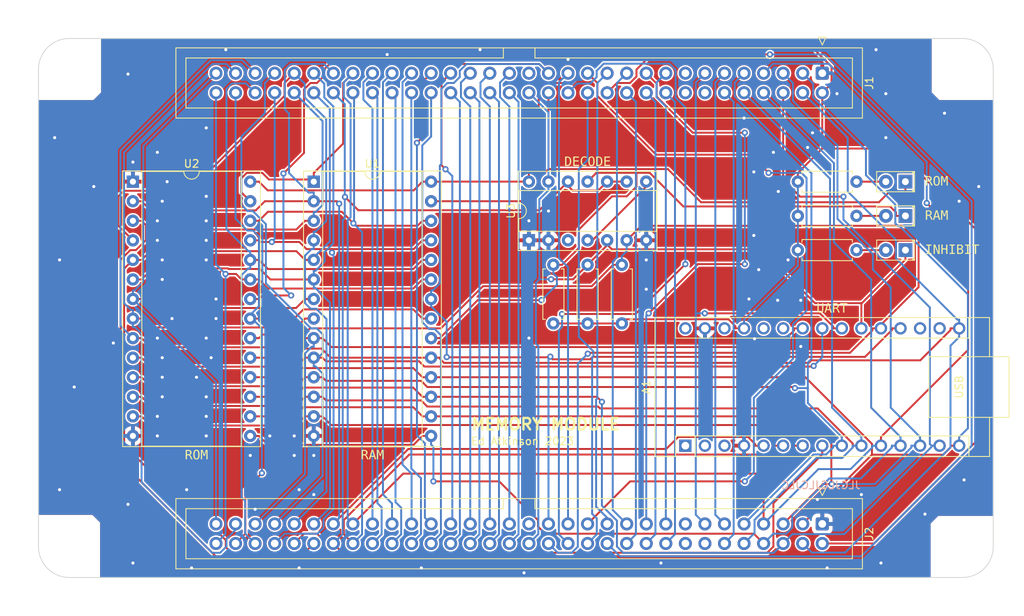
<source format=kicad_pcb>
(kicad_pcb (version 20221018) (generator pcbnew)
  (layers (0 "F.Cu" signal) (31 "B.Cu" signal) (34 "B.Paste" user) (35 "F.Paste" user) (36 "B.SilkS" user "B.Silkscreen") (37 "F.SilkS" user "F.Silkscreen") (38 "B.Mask" user) (39 "F.Mask" user) (44 "Edge.Cuts" user))
  (net 0 "")
  (net 1 "GND")
  (net 2 "/A12")
  (net 3 "/A13")
  (net 4 "/A14")
  (net 5 "/A15")
  (net 6 "/D0")
  (net 7 "/D1")
  (net 8 "/D2")
  (net 9 "/D3")
  (net 10 "/D4")
  (net 11 "/D5")
  (net 12 "/D6")
  (net 13 "/D7")
  (net 14 "/~{MEM_OUT}")
  (net 15 "/~{MEM_LOAD}")
  (net 16 "/~{INTERRUPT_FLAG}")
  (net 17 "/A0")
  (net 18 "/A1")
  (net 19 "+5V")
  (net 20 "/~{RAM_CE}")
  (net 21 "Net-(D1-A)")
  (net 22 "/~{ROM_CE}")
  (net 23 "Net-(D2-A)")
  (net 24 "/EQUAL_FLAG")
  (net 25 "/CARRY_FLAG")
  (net 29 "/A_LOAD")
  (net 30 "/T_LOAD")
  (net 31 "/ALU_S2")
  (net 32 "/ALU_S3")
  (net 33 "/ALU_S0")
  (net 34 "/ALU_S1")
  (net 35 "/D_LOAD")
  (net 36 "/~{ALU_CIN}")
  (net 37 "/~{ADR_L_OUT}")
  (net 38 "/ALU_M")
  (net 39 "/CLK")
  (net 40 "/~{RESET}")
  (net 42 "/CONTROL_DISABLE")
  (net 43 "/E_LOAD")
  (net 44 "/C_LOAD")
  (net 45 "/SP_L_LOAD")
  (net 46 "/PC_L_LOAD")
  (net 47 "/~{DE_OUT}")
  (net 48 "/B_LOAD")
  (net 49 "/~{BC_OUT}")
  (net 50 "/SP_H_LOAD")
  (net 51 "/~{ADR_H_OUT}")
  (net 52 "/~{A_OUT}")
  (net 53 "/~{T_OUT}")
  (net 54 "/~{ALU_OUT}")
  (net 55 "/~{PC_OUT}")
  (net 56 "/PC_H_LOAD")
  (net 57 "/~{SP_OUT}")
  (net 58 "/A4")
  (net 59 "/A5")
  (net 60 "/A6")
  (net 61 "/A7")
  (net 62 "/A8")
  (net 63 "/A9")
  (net 64 "/A2")
  (net 65 "/A10")
  (net 66 "/A3")
  (net 67 "/A11")
  (net 81 "/~{MEM_INHIBIT}")
  (net 82 "Net-(D3-A)")
  (net 84 "Net-(U3-Pad4)")
  (footprint "Resistor_THT:R_Axial_DIN0207_L6.3mm_D2.5mm_P7.62mm_Horizontal" (layer "F.Cu") (at 229.87 80.01 90)
    (fp_text reference "R5" hide)
    (fp_text value "1K")
  )
  (footprint "MountingHole:MountingHole_3.5mm" (layer "F.Cu") (at 167 47)
    (fp_text reference "H1" hide)
    (fp_text value "MountingHole")
  )
  (footprint "Resistor_THT:R_Axial_DIN0207_L6.3mm_D2.5mm_P7.62mm_Horizontal" (layer "F.Cu") (at 269.24 70.485 180)
    (fp_text reference "R4" hide)
    (fp_text value "330R")
  )
  (footprint "LED_THT:LED_D2.0mm_W4.8mm_H2.5mm_FlatTop" (layer "F.Cu") (at 275.59 61.595 180)
    (fp_text reference "D2" hide)
    (fp_text value "LED")
  )
  (footprint "Resistor_THT:R_Axial_DIN0207_L6.3mm_D2.5mm_P7.62mm_Horizontal" (layer "F.Cu") (at 269.24 61.595 180)
    (fp_text reference "R3" hide)
    (fp_text value "330R")
  )
  (footprint "MountingHole:MountingHole_3.5mm" (layer "F.Cu") (at 283 109)
    (fp_text reference "H4" hide)
    (fp_text value "MountingHole")
  )
  (footprint "Package_DIP:DIP-28_W15.24mm_Socket" (layer "F.Cu") (at 198.75 61.595)
    (fp_text reference "U1")
    (fp_text value "CY62256-70PC")
  )
  (footprint "Package_DIP:DIP-14_W7.62mm_Socket" (layer "F.Cu") (at 226.69 69.205 90)
    (fp_text reference "U3")
    (fp_text value "74LS00")
  )
  (footprint "Package_DIP:DIP-28_W15.24mm_Socket" (layer "F.Cu") (at 175.26 61.595)
    (fp_text reference "U2")
    (fp_text value "27C512")
  )
  (footprint "Resistor_THT:R_Axial_DIN0207_L6.3mm_D2.5mm_P7.62mm_Horizontal" (layer "F.Cu") (at 234.315 72.39 -90)
    (fp_text reference "R1" hide)
    (fp_text value "1K")
  )
  (footprint "Connector_IDC:IDC-Header_2x32_P2.54mm_Vertical" (layer "F.Cu") (at 264.795 47.5075 -90)
    (fp_text reference "J1")
    (fp_text value "Conn_02x32_Odd_Even")
  )
  (footprint "LED_THT:LED_D2.0mm_W4.8mm_H2.5mm_FlatTop" (layer "F.Cu") (at 275.595 70.485 180)
    (fp_text reference "D3" hide)
    (fp_text value "LED")
  )
  (footprint "Module:Arduino_Nano" (layer "F.Cu") (at 247.015 95.885 90)
    (fp_text reference "A1")
    (fp_text value "Arduino_Nano_v3.x")
  )
  (footprint "MountingHole:MountingHole_3.5mm" (layer "F.Cu") (at 167 109)
    (fp_text reference "H3" hide)
    (fp_text value "MountingHole")
  )
  (footprint "MountingHole:MountingHole_3.5mm" (layer "F.Cu") (at 283 47)
    (fp_text reference "H2" hide)
    (fp_text value "MountingHole")
  )
  (footprint "Resistor_THT:R_Axial_DIN0207_L6.3mm_D2.5mm_P7.62mm_Horizontal" (layer "F.Cu") (at 269.24 66.04 180)
    (fp_text reference "R2" hide)
    (fp_text value "330R")
  )
  (footprint "Connector_IDC:IDC-Header_2x32_P2.54mm_Vertical" (layer "F.Cu") (at 264.795 106.045 -90)
    (fp_text reference "J2")
    (fp_text value "Conn_02x32_Odd_Even")
  )
  (footprint "LED_THT:LED_D2.0mm_W4.8mm_H2.5mm_FlatTop" (layer "F.Cu") (at 275.595 66.04 180)
    (fp_text reference "D1" hide)
    (fp_text value "LED")
  )
  (footprint "Resistor_THT:R_Axial_DIN0207_L6.3mm_D2.5mm_P7.62mm_Horizontal" (layer "F.Cu") (at 238.76 80.01 90)
    (fp_text reference "R6" hide)
    (fp_text value "1K")
  )
  (gr_arc (start 167 113) (mid 164.171573 111.828427) (end 163 109) (stroke (width 0.1)) (layer "Edge.Cuts"))
  (gr_arc (start 283 43) (mid 285.828427 44.171573) (end 287 47) (stroke (width 0.1)) (layer "Edge.Cuts"))
  (gr_arc (start 287 109) (mid 285.828427 111.828427) (end 283 113) (stroke (width 0.1)) (layer "Edge.Cuts"))
  (gr_line (start 287 47) (end 287 109) (stroke (width 0.1)) (layer "Edge.Cuts"))
  (gr_arc (start 163 47) (mid 164.171573 44.171573) (end 167 43) (stroke (width 0.1)) (layer "Edge.Cuts"))
  (gr_line (start 163 109) (end 163 47) (stroke (width 0.1)) (layer "Edge.Cuts"))
  (gr_line (start 167 43) (end 283 43) (stroke (width 0.1)) (layer "Edge.Cuts"))
  (gr_line (start 283 113) (end 167 113) (stroke (width 0.1)) (layer "Edge.Cuts"))
  (gr_text "JLCJLCJLCJLC" (at 269.875 101.6) (layer "B.SilkS") (effects (font (size 1 1)) (justify left bottom mirror)))
  (gr_text "MEMORY MODULE" (at 219.075 93.98) (layer "F.SilkS") (effects (font (size 1.5 1.5) (thickness 0.3) bold) (justify left bottom)))
  (gr_text "ROM" (at 278.13 61.595) (layer "F.SilkS") (effects (font (size 1.2 1.2)) (justify left)))
  (gr_text "DECODE" (at 234.315 59.055) (layer "F.SilkS") (effects (font (size 1.2 1.2))))
  (gr_text "RAM" (at 278.13 66.04) (layer "F.SilkS") (effects (font (size 1.2 1.2)) (justify left)))
  (gr_text "UART" (at 266.065 78.105) (layer "F.SilkS") (effects (font (size 1.2 1.2))))
  (gr_text "Ed Atkinson 2023" (at 219.075 95.885) (layer "F.SilkS") (effects (font (size 1 1)) (justify left bottom)))
  (gr_text "ROM" (at 183.515 97.155) (layer "F.SilkS") (effects (font (size 1.2 1.2))))
  (gr_text "INHIBIT" (at 278.13 70.485) (layer "F.SilkS") (effects (font (size 1.2 1.2)) (justify left)))
  (gr_text "RAM" (at 206.375 97.155) (layer "F.SilkS") (effects (font (size 1.2 1.2))))
  (via (at 226.695 81.915) (size 0.8) (drill 0.4) (layers "F.Cu" "B.Cu") (net 1))
  (via (at 179.705 61.595) (size 0.8) (drill 0.4) (layers "F.Cu" "B.Cu") (net 1))
  (via (at 182.88 111.76) (size 0.8) (drill 0.4) (layers "F.Cu" "B.Cu") (net 1))
  (via (at 259.08 62.865) (size 0.8) (drill 0.4) (layers "F.Cu" "B.Cu") (net 1))
  (via (at 191.135 104.14) (size 0.8) (drill 0.4) (layers "F.Cu" "B.Cu") (net 1))
  (via (at 184.785 69.215) (size 0.8) (drill 0.4) (layers "F.Cu" "B.Cu") (net 1))
  (via (at 187.325 44.45) (size 0.8) (drill 0.4) (layers "F.Cu" "B.Cu") (net 1))
  (via (at 184.785 81.915) (size 0.8) (drill 0.4) (layers "F.Cu" "B.Cu") (net 1))
  (via (at 254.635 53.34) (size 0.8) (drill 0.4) (layers "F.Cu" "B.Cu") (net 1))
  (via (at 258.445 57.785) (size 0.8) (drill 0.4) (layers "F.Cu" "B.Cu") (net 1))
  (via (at 172.72 82.55) (size 0.8) (drill 0.4) (layers "F.Cu" "B.Cu") (net 1))
  (via (at 184.785 89.535) (size 0.8) (drill 0.4) (layers "F.Cu" "B.Cu") (net 1))
  (via (at 241.935 75.565) (size 0.8) (drill 0.4) (layers "F.Cu" "B.Cu") (net 1))
  (via (at 262 83) (size 0.8) (drill 0.4) (layers "F.Cu" "B.Cu") (net 1))
  (via (at 184.785 71.755) (size 0.8) (drill 0.4) (layers "F.Cu" "B.Cu") (net 1))
  (via (at 184.785 94.615) (size 0.8) (drill 0.4) (layers "F.Cu" "B.Cu") (net 1))
  (via (at 184.785 63.5) (size 0.8) (drill 0.4) (layers "F.Cu" "B.Cu") (net 1))
  (via (at 255.905 60.325) (size 0.8) (drill 0.4) (layers "F.Cu" "B.Cu") (net 1))
  (via (at 255.27 76.835) (size 0.8) (drill 0.4) (layers "F.Cu" "B.Cu") (net 1))
  (via (at 184.785 66.675) (size 0.8) (drill 0.4) (layers "F.Cu" "B.Cu") (net 1))
  (via (at 175.26 59.055) (size 0.8) (drill 0.4) (layers "F.Cu" "B.Cu") (net 1))
  (via (at 265.43 111.76) (size 0.8) (drill 0.4) (layers "F.Cu" "B.Cu") (net 1))
  (via (at 165.1 55.88) (size 0.8) (drill 0.4) (layers "F.Cu" "B.Cu") (net 1))
  (via (at 262.89 57.15) (size 0.8) (drill 0.4) (layers "F.Cu" "B.Cu") (net 1))
  (via (at 179.07 84.455) (size 0.8) (drill 0.4) (layers "F.Cu" "B.Cu") (net 1))
  (via (at 226.695 66.675) (size 0.8) (drill 0.4) (layers "F.Cu" "B.Cu") (net 1))
  (via (at 198.755 102.235) (size 0.8) (drill 0.4) (layers "F.Cu" "B.Cu") (net 1))
  (via (at 182.245 101.6) (size 0.8) (drill 0.4) (layers "F.Cu" "B.Cu") (net 1))
  (via (at 243.84 111.125) (size 0.8) (drill 0.4) (layers "F.Cu" "B.Cu") (net 1))
  (via (at 285.115 62.23) (size 0.8) (drill 0.4) (layers "F.Cu" "B.Cu") (net 1))
  (via (at 178.435 66.675) (size 0.8) (drill 0.4) (layers "F.Cu" "B.Cu") (net 1))
  (via (at 190.5 97.155) (size 0.8) (drill 0.4) (layers "F.Cu" "B.Cu") (net 1))
  (via (at 220.345 44.45) (size 0.8) (drill 0.4) (layers "F.Cu" "B.Cu") (net 1))
  (via (at 178.435 92.075) (size 0.8) (drill 0.4) (layers "F.Cu" "B.Cu") (net 1))
  (via (at 241.935 71.755) (size 0.8) (drill 0.4) (layers "F.Cu" "B.Cu") (net 1))
  (via (at 208.28 45.085) (size 0.8) (drill 0.4) (layers "F.Cu" "B.Cu") (net 1))
  (via (at 196.215 94.615) (size 0.8) (drill 0.4) (layers "F.Cu" "B.Cu") (net 1))
  (via (at 178.435 94.615) (size 0.8) (drill 0.4) (layers "F.Cu" "B.Cu") (net 1))
  (via (at 178.435 57.785) (size 0.8) (drill 0.4) (layers "F.Cu" "B.Cu") (net 1))
  (via (at 262 77) (size 0.8) (drill 0.4) (layers "F.Cu" "B.Cu") (net 1))
  (via (at 180.34 79.375) (size 0.8) (drill 0.4) (layers "F.Cu" "B.Cu") (net 1))
  (via (at 178.435 69.215) (size 0.8) (drill 0.4) (layers "F.Cu" "B.Cu") (net 1))
  (via (at 183.515 86.995) (size 0.8) (drill 0.4) (layers "F.Cu" "B.Cu") (net 1))
  (via (at 179.07 71.755) (size 0.8) (drill 0.4) (layers "F.Cu" "B.Cu") (net 1))
  (via (at 178.435 81.915) (size 0.8) (drill 0.4) (layers "F.Cu" "B.Cu") (net 1))
  (via (at 165.735 101.6) (size 0.8) (drill 0.4) (layers "F.Cu" "B.Cu") (net 1))
  (via (at 165.735 71.755) (size 0.8) (drill 0.4) (layers "F.Cu" "B.Cu") (net 1))
  (via (at 272.415 111.125) (size 0.8) (drill 0.4) (layers "F.Cu" "B.Cu") (net 1))
  (via (at 231.775 45.72) (size 0.8) (drill 0.4) (layers "F.Cu" "B.Cu") (net 1))
  (via (at 273.05 50.165) (size 0.8) (drill 0.4) (layers "F.Cu" "B.Cu") (net 1))
  (via (at 260.35 71.755) (size 0.8) (drill 0.4) (layers "F.Cu" "B.Cu") (net 1))
  (via (at 167.64 88.265) (size 0.8) (drill 0.4) (layers "F.Cu" "B.Cu") (net 1))
  (via (at 179.07 89.535) (size 0.8) (drill 0.4) (layers "F.Cu" "B.Cu") (net 1))
  (via (at 229.235 65.405) (size 0.8) (drill 0.4) (layers "F.Cu" "B.Cu") (net 1))
  (via (at 271.78 44.45) (size 0.8) (drill 0.4) (layers "F.Cu" "B.Cu") (net 1))
  (via (at 263.525 55.245) (size 0.8) (drill 0.4) (layers "F.Cu" "B.Cu") (net 1))
  (via (at 269.875 102.235) (size 0.8) (drill 0.4) (layers "F.Cu" "B.Cu") (net 1))
  (via (at 170.18 62.23) (size 0.8) (drill 0.4) (layers "F.Cu" "B.Cu") (net 1))
  (via (at 256 82) (size 0.8) (drill 0.4) (layers "F.Cu" "B.Cu") (net 1))
  (via (at 282.575 64.135) (size 0.8) (drill 0.4) (layers "F.Cu" "B.Cu") (net 1))
  (via (at 174.625 47.625) (size 0.8) (drill 0.4) (layers "F.Cu" "B.Cu") (net 1))
  (via (at 264.16 102.87) (size 0.8) (drill 0.4) (layers "F.Cu" "B.Cu") (net 1))
  (via (at 179.07 86.995) (size 0.8) (drill 0.4) (layers "F.Cu" "B.Cu") (net 1))
  (via (at 259 77) (size 0.8) (drill 0.4) (layers "F.Cu" "B.Cu") (net 1))
  (via (at 283.21 100.33) (size 0.8) (drill 0.4) (layers "F.Cu" "B.Cu") (net 1))
  (via (at 184.785 92.075) (size 0.8) (drill 0.4) (layers "F.Cu" "B.Cu") (net 1))
  (via (at 184.785 54.61) (size 0.8) (drill 0.4) (layers "F.Cu" "B.Cu") (net 1))
  (via (at 196.215 97.155) (size 0.8) (drill 0.4) (layers "F.Cu" "B.Cu") (net 1))
  (via (at 280.67 52.705) (size 0.8) (drill 0.4) (layers "F.Cu" "B.Cu") (net 1))
  (via (at 196.85 111.76) (size 0.8) (drill 0.4) (layers "F.Cu" "B.Cu") (net 1))
  (via (at 186.055 76.835) (size 0.8) (drill 0.4) (layers "F.Cu" "B.Cu") (net 1))
  (via (at 179.07 74.295) (size 0.8) (drill 0.4) (layers "F.Cu" "B.Cu") (net 1))
  (via (at 278.13 104.775) (size 0.8) (drill 0.4) (layers "F.Cu" "B.Cu") (net 1))
  (via (at 174.625 103.505) (size 0.8) (drill 0.4) (layers "F.Cu" "B.Cu") (net 1))
  (via (at 175.26 111.125) (size 0.8) (drill 0.4) (layers "F.Cu" "B.Cu") (net 1))
  (via (at 193.04 94.615) (size 0.8) (drill 0.4) (layers "F.Cu" "B.Cu") (net 1))
  (via (at 179.07 64.135) (size 0.8) (drill 0.4) (layers "F.Cu" "B.Cu") (net 1))
  (via (at 256.54 73.025) (size 0.8) (drill 0.4) (layers "F.Cu" "B.Cu") (net 1))
  (via (at 273.05 55.88) (size 0.8) (drill 0.4) (layers "F.Cu" "B.Cu") (net 1))
  (via (at 226.06 112.395) (size 0.8) (drill 0.4) (layers "F.Cu" "B.Cu") (net 1))
  (via (at 212.725 111.76) (size 0.8) (drill 0.4) (layers "F.Cu" "B.Cu") (net 1))
  (via (at 186.055 79.375) (size 0.8) (drill 0.4) (layers "F.Cu" "B.Cu") (net 1))
  (via (at 185.42 84.455) (size 0.8) (drill 0.4) (layers "F.Cu" "B.Cu") (net 1))
  (via (at 266.7 50.165) (size 0.8) (drill 0.4) (layers "F.Cu" "B.Cu") (net 1))
  (via (at 255.905 68.58) (size 0.8) (drill 0.4) (layers "F.Cu" "B.Cu") (net 1))
  (via (at 196.85 101.6) (size 0.8) (drill 0.4) (layers "F.Cu" "B.Cu") (net 1))
  (via (at 198.755 97.155) (size 0.8) (drill 0.4) (layers "F.Cu" "B.Cu") (net 1))
  (segment (start 211.0306 96.3094) (end 244.5283 96.3094) (width 0.25) (layer "F.Cu") (net 2))
  (segment (start 175.26 64.135) (end 176.3869 64.135) (width 0.25) (layer "F.Cu") (net 2))
  (segment (start 257.175 95.885) (end 256.0481 95.885) (width 0.25) (layer "F.Cu") (net 2))
  (segment (start 256.0481 95.6515) (end 256.0481 95.885) (width 0.25) (layer "F.Cu") (net 2))
  (segment (start 192.4009 64.135) (end 198.75 64.135) (width 0.25) (layer "F.Cu") (net 2))
  (segment (start 176.3869 64.135) (end 177.5775 65.3256) (width 0.25) (layer "F.Cu") (net 2))
  (segment (start 201.295 106.045) (end 211.0306 96.3094) (width 0.25) (layer "F.Cu") (net 2))
  (segment (start 191.2103 65.3256) (end 192.4009 64.135) (width 0.25) (layer "F.Cu") (net 2))
  (segment (start 201.7336 64.135) (end 202.0476 64.449) (width 0.25) (layer "F.Cu") (net 2))
  (segment (start 244.5283 96.3094) (end 246.0838 94.7539) (width 0.25) (layer "F.Cu") (net 2))
  (segment (start 255.1505 94.7539) (end 256.0481 95.6515) (width 0.25) (layer "F.Cu") (net 2))
  (segment (start 198.75 64.135) (end 201.7336 64.135) (width 0.25) (layer "F.Cu") (net 2))
  (segment (start 177.5775 65.3256) (end 191.2103 65.3256) (width 0.25) (layer "F.Cu") (net 2))
  (segment (start 246.0838 94.7539) (end 255.1505 94.7539) (width 0.25) (layer "F.Cu") (net 2))
  (via (at 202.0476 64.449) (size 0.8) (drill 0.4) (layers "F.Cu" "B.Cu") (net 2))
  (segment (start 195.0051 47.0385) (end 195.736 46.3076) (width 0.25) (layer "B.Cu") (net 2))
  (segment (start 202.0476 105.2924) (end 202.0476 64.449) (width 0.25) (layer "B.Cu") (net 2))
  (segment (start 195.5402 52.7492) (end 195.0051 52.2141) (width 0.25) (layer "B.Cu") (net 2))
  (segment (start 198.75 64.135) (end 198.75 63.0081) (width 0.25) (layer "B.Cu") (net 2))
  (segment (start 201.295 106.045) (end 202.0476 105.2924) (width 0.25) (layer "B.Cu") (net 2))
  (segment (start 198.75 63.0081) (end 198.0755 63.0081) (width 0.25) (layer "B.Cu") (net 2))
  (segment (start 195.736 46.3076) (end 200.0951 46.3076) (width 0.25) (layer "B.Cu") (net 2))
  (segment (start 198.0755 63.0081) (end 195.5402 60.4728) (width 0.25) (layer "B.Cu") (net 2))
  (segment (start 195.0051 52.2141) (end 195.0051 47.0385) (width 0.25) (layer "B.Cu") (net 2))
  (segment (start 195.5402 60.4728) (end 195.5402 52.7492) (width 0.25) (layer "B.Cu") (net 2))
  (segment (start 200.0951 46.3076) (end 201.295 47.5075) (width 0.25) (layer "B.Cu") (net 2))
  (segment (start 192.8042 65.4977) (end 191.6269 66.675) (width 0.25) (layer "F.Cu") (net 3))
  (segment (start 213.99 66.675) (end 212.8631 66.675) (width 0.25) (layer "F.Cu") (net 3))
  (segment (start 202.6539 105.5402) (end 211.159 97.0351) (width 0.25) (layer "F.Cu") (net 3))
  (segment (start 202.391 65.4977) (end 192.8042 65.4977) (width 0.25) (layer "F.Cu") (net 3))
  (segment (start 203.9022 67.0089) (end 202.391 65.4977) (width 0.25) (layer "F.Cu") (net 3))
  (segment (start 203.9022 67.0089) (end 204.2121 67.3188) (width 0.25) (layer "F.Cu") (net 3))
  (segment (start 212.2193 67.3188) (end 212.8631 66.675) (width 0.25) (layer "F.Cu") (net 3))
  (segment (start 259.715 95.885) (end 258.5881 95.885) (width 0.25) (layer "F.Cu") (net 3))
  (segment (start 204.2121 67.3188) (end 212.2193 67.3188) (width 0.25) (layer "F.Cu") (net 3))
  (segment (start 211.159 97.0351) (end 257.7198 97.0351) (width 0.25) (layer "F.Cu") (net 3))
  (segment (start 202.6539 107.4039) (end 202.6539 105.5402) (width 0.25) (layer "F.Cu") (net 3))
  (segment (start 203.835 108.585) (end 202.6539 107.4039) (width 0.25) (layer "F.Cu") (net 3))
  (segment (start 258.5881 96.1668) (end 258.5881 95.885) (width 0.25) (layer "F.Cu") (net 3))
  (segment (start 190.5 66.675) (end 191.6269 66.675) (width 0.25) (layer "F.Cu") (net 3))
  (segment (start 257.7198 97.0351) (end 258.5881 96.1668) (width 0.25) (layer "F.Cu") (net 3))
  (via (at 203.9022 67.0089) (size 0.8) (drill 0.4) (layers "F.Cu" "B.Cu") (net 3))
  (segment (start 205.0256 68.1323) (end 205.0256 107.3944) (width 0.25) (layer "B.Cu") (net 3))
  (segment (start 203.9875 50.2) (end 203.835 50.0475) (width 0.25) (layer "B.Cu") (net 3))
  (segment (start 203.9875 66.9236) (end 203.9875 50.2) (width 0.25) (layer "B.Cu") (net 3))
  (segment (start 203.9022 67.0089) (end 203.9875 66.9236) (width 0.25) (layer "B.Cu") (net 3))
  (segment (start 203.9022 67.0089) (end 205.0256 68.1323) (width 0.25) (layer "B.Cu") (net 3))
  (segment (start 205.0256 107.3944) (end 203.835 108.585) (width 0.25) (layer "B.Cu") (net 3))
  (segment (start 190.5 64.135) (end 189.3262 62.9612) (width 0.25) (layer "F.Cu") (net 4))
  (segment (start 189.3262 62.9612) (end 189.3262 61.1736) (width 0.25) (layer "F.Cu") (net 4))
  (segment (start 257.7315 99.5151) (end 261.1281 96.1185) (width 0.25) (layer "F.Cu") (net 4))
  (segment (start 203.835 47.5075) (end 202.565 48.7775) (width 0.25) (layer "F.Cu") (net 4))
  (segment (start 198.75 61.595) (end 198.75 61.3141) (width 0.25) (layer "F.Cu") (net 4))
  (segment (start 203.835 106.045) (end 210.3649 99.5151) (width 0.25) (layer "F.Cu") (net 4))
  (segment (start 262.255 95.885) (end 261.1281 95.885) (width 0.25) (layer "F.Cu") (net 4))
  (segment (start 190.0485 60.4513) (end 192.0607 60.4513) (width 0.25) (layer "F.Cu") (net 4))
  (segment (start 202.565 48.7775) (end 202.565 56.6531) (width 0.25) (layer "F.Cu") (net 4))
  (segment (start 198.75 61.3141) (end 198.75 60.4681) (width 0.25) (layer "F.Cu") (net 4))
  (segment (start 261.1281 96.1185) (end 261.1281 95.885) (width 0.25) (layer "F.Cu") (net 4))
  (segment (start 189.3262 61.1736) (end 190.0485 60.4513) (width 0.25) (layer "F.Cu") (net 4))
  (segment (start 210.3649 99.5151) (end 257.7315 99.5151) (width 0.25) (layer "F.Cu") (net 4))
  (segment (start 202.565 56.6531) (end 198.75 60.4681) (width 0.25) (layer "F.Cu") (net 4))
  (segment (start 192.0607 60.4513) (end 192.9235 61.3141) (width 0.25) (layer "F.Cu") (net 4))
  (segment (start 192.9235 61.3141) (end 198.75 61.3141) (width 0.25) (layer "F.Cu") (net 4))
  (segment (start 203.534 51.4915) (end 203.534 66.211) (width 0.25) (layer "B.Cu") (net 4))
  (segment (start 203.534 66.211) (end 203.1582 66.5868) (width 0.25) (layer "B.Cu") (net 4))
  (segment (start 202.6581 50.6156) (end 203.534 51.4915) (width 0.25) (layer "B.Cu") (net 4))
  (segment (start 203.1582 105.3682) (end 203.835 106.045) (width 0.25) (layer "B.Cu") (net 4))
  (segment (start 203.1582 66.5868) (end 203.1582 105.3682) (width 0.25) (layer "B.Cu") (net 4))
  (segment (start 203.835 47.5075) (end 202.6581 48.6844) (width 0.25) (layer "B.Cu") (net 4))
  (segment (start 202.6581 48.6844) (end 202.6581 50.6156) (width 0.25) (layer "B.Cu") (net 4))
  (segment (start 228.0484 65.3066) (end 226.695 65.3066) (width 0.25) (layer "F.Cu") (net 5))
  (segment (start 235.6895 62.7455) (end 236.85 61.585) (width 0.25) (layer "F.Cu") (net 5))
  (segment (start 201.295 108.585) (end 202.5012 109.7912) (width 0.25) (layer "F.Cu") (net 5))
  (segment (start 258.445 108.993) (end 258.445 103.3619) (width 0.25) (layer "F.Cu") (net 5))
  (segment (start 226.695 65.3066) (end 204.5327 65.3066) (width 0.25) (layer "F.Cu") (net 5))
  (segment (start 232.3671 62.7455) (end 235.6895 62.7455) (width 0.25) (layer "F.Cu") (net 5))
  (segment (start 264.795 95.885) (end 264.795 97.0119) (width 0.25) (layer "F.Cu") (net 5))
  (segment (start 236.85 61.585) (end 239.39 61.585) (width 0.25) (layer "F.Cu") (net 5))
  (segment (start 257.6468 109.7912) (end 258.445 108.993) (width 0.25) (layer "F.Cu") (net 5))
  (segment (start 258.445 103.3619) (end 264.795 97.0119) (width 0.25) (layer "F.Cu") (net 5))
  (segment (start 231.77 61.585) (end 228.0484 65.3066) (width 0.25) (layer "F.Cu") (net 5))
  (segment (start 227.155 65.3066) (end 226.695 65.3066) (width 0.25) (layer "F.Cu") (net 5))
  (segment (start 204.5327 65.3066) (end 202.8052 63.5791) (width 0.25) (layer "F.Cu") (net 5))
  (segment (start 231.2066 61.585) (end 232.3671 62.7455) (width 0.25) (layer "F.Cu") (net 5))
  (segment (start 231.77 61.585) (end 231.2066 61.585) (width 0.25) (layer "F.Cu") (net 5))
  (segment (start 202.5012 109.7912) (end 257.6468 109.7912) (width 0.25) (layer "F.Cu") (net 5))
  (via (at 202.8052 63.5791) (size 0.8) (drill 0.4) (layers "F.Cu" "B.Cu") (net 5))
  (segment (start 202.5096 107.3704) (end 201.295 108.585) (width 0.25) (layer "B.Cu") (net 5))
  (segment (start 202.7757 63.5791) (end 202.8052 63.5791) (width 0.25) (layer "B.Cu") (net 5))
  (segment (start 201.295 50.0475) (end 202.7757 51.5282) (width 0.25) (layer "B.Cu") (net 5))
  (segment (start 202.7757 51.5282) (end 202.7757 63.5791) (width 0.25) (layer "B.Cu") (net 5))
  (segment (start 202.7757 63.5791) (end 202.7757 66.3302) (width 0.25) (layer "B.Cu") (net 5))
  (segment (start 202.7757 66.3302) (end 202.5096 66.5963) (width 0.25) (layer "B.Cu") (net 5))
  (segment (start 202.5096 66.5963) (end 202.5096 107.3704) (width 0.25) (layer "B.Cu") (net 5))
  (segment (start 175.26 86.995) (end 176.3869 86.995) (width 0.25) (layer "F.Cu") (net 6))
  (segment (start 261.0942 88.265) (end 213.4962 88.265) (width 0.25) (layer "F.Cu") (net 6))
  (segment (start 200.3438 87.4619) (end 199.8769 86.995) (width 0.25) (layer "F.Cu") (net 6))
  (segment (start 261.2392 88.41) (end 261.0942 88.265) (width 0.25) (layer "F.Cu") (net 6))
  (segment (start 198.75 86.995) (end 197.6231 86.995) (width 0.25) (layer "F.Cu") (net 6))
  (segment (start 212.6931 87.4619) (end 200.3438 87.4619) (width 0.25) (layer "F.Cu") (net 6))
  (segment (start 177.5544 88.1625) (end 176.3869 86.995) (width 0.25) (layer "F.Cu") (net 6))
  (segment (start 198.75 86.995) (end 199.8769 86.995) (width 0.25) (layer "F.Cu") (net 6))
  (segment (start 196.4556 88.1625) (end 177.5544 88.1625) (width 0.25) (layer "F.Cu") (net 6))
  (segment (start 197.6231 86.995) (end 196.4556 88.1625) (width 0.25) (layer "F.Cu") (net 6))
  (segment (start 213.4962 88.265) (end 212.6931 87.4619) (width 0.25) (layer "F.Cu") (net 6))
  (via (at 261.2392 88.41) (size 0.8) (drill 0.4) (layers "F.Cu" "B.Cu") (net 6))
  (segment (start 267.335 95.885) (end 266.2081 95.885) (width 0.25) (layer "B.Cu") (net 6))
  (segment (start 263.3845 60.5019) (end 263.3845 84.6039) (width 0.25) (layer "B.Cu") (net 6))
  (segment (start 254.635 106.045) (end 263.6601 97.0199) (width 0.25) (layer "B.Cu") (net 6))
  (segment (start 262.9172 90.3403) (end 267.335 94.7581) (width 0.25) (layer "B.Cu") (net 6))
  (segment (start 262.9172 88.41) (end 262.9172 90.3403) (width 0.25) (layer "B.Cu") (net 6))
  (segment (start 254.635 47.5075) (end 253.4266 48.7159) (width 0.25) (layer "B.Cu") (net 6))
  (segment (start 262.9172 85.0712) (end 262.9172 88.41) (width 0.25) (layer "B.Cu") (net 6))
  (segment (start 263.3845 84.6039) (end 262.9172 85.0712) (width 0.25) (layer "B.Cu") (net 6))
  (segment (start 253.4266 50.544) (end 263.3845 60.5019) (width 0.25) (layer "B.Cu") (net 6))
  (segment (start 262.9172 88.41) (end 261.2392 88.41) (width 0.25) (layer "B.Cu") (net 6))
  (segment (start 253.4266 48.7159) (end 253.4266 50.544) (width 0.25) (layer "B.Cu") (net 6))
  (segment (start 263.6601 97.0199) (end 265.3067 97.0199) (width 0.25) (layer "B.Cu") (net 6))
  (segment (start 266.2081 96.1185) (end 266.2081 95.885) (width 0.25) (layer "B.Cu") (net 6))
  (segment (start 265.3067 97.0199) (end 266.2081 96.1185) (width 0.25) (layer "B.Cu") (net 6))
  (segment (start 267.335 95.885) (end 267.335 94.7581) (width 0.25) (layer "B.Cu") (net 6))
  (segment (start 198.1866 89.535) (end 198.75 89.535) (width 0.25) (layer "F.Cu") (net 7))
  (segment (start 200.3438 90.0019) (end 199.8769 89.535) (width 0.25) (layer "F.Cu") (net 7))
  (segment (start 198.1866 89.535) (end 197.6231 89.535) (width 0.25) (layer "F.Cu") (net 7))
  (segment (start 197.6231 89.535) (end 196.4325 90.7256) (width 0.25) (layer "F.Cu") (net 7))
  (segment (start 235.6868 90.8051) (end 213.4963 90.8051) (width 0.25) (layer "F.Cu") (net 7))
  (segment (start 212.6931 90.0019) (end 200.3438 90.0019) (width 0.25) (layer "F.Cu") (net 7))
  (segment (start 196.4325 90.7256) (end 177.5775 90.7256) (width 0.25) (layer "F.Cu") (net 7))
  (segment (start 177.5775 90.7256) (end 176.3869 89.535) (width 0.25) (layer "F.Cu") (net 7))
  (segment (start 264.1892 91.0444) (end 235.9261 91.0444) (width 0.25) (layer "F.Cu") (net 7))
  (segment (start 269.875 95.885) (end 268.7481 95.885) (width 0.25) (layer "F.Cu") (net 7))
  (segment (start 268.7481 95.6033) (end 264.1892 91.0444) (width 0.25) (layer "F.Cu") (net 7))
  (segment (start 213.4963 90.8051) (end 212.6931 90.0019) (width 0.25) (layer "F.Cu") (net 7))
  (segment (start 268.7481 95.885) (end 268.7481 95.6033) (width 0.25) (layer "F.Cu") (net 7))
  (segment (start 198.75 89.535) (end 199.8769 89.535) (width 0.25) (layer "F.Cu") (net 7))
  (segment (start 235.9261 91.0444) (end 235.6868 90.8051) (width 0.25) (layer "F.Cu") (net 7))
  (segment (start 175.26 89.535) (end 176.3869 89.535) (width 0.25) (layer "F.Cu") (net 7))
  (segment (start 255.9981 107.2219) (end 255.9981 105.5217) (width 0.25) (layer "B.Cu") (net 7))
  (segment (start 254.635 50.0475) (end 265.8043 61.2168) (width 0.25) (layer "B.Cu") (net 7))
  (segment (start 266.065 72.1218) (end 266.065 90.9481) (width 0.25) (layer "B.Cu") (net 7))
  (segment (start 255.9981 105.5217) (end 264.0387 97.4811) (width 0.25) (layer "B.Cu") (net 7))
  (segment (start 268.7481 96.1185) (end 268.7481 95.885) (width 0.25) (layer "B.Cu") (net 7))
  (segment (start 269.875 95.885) (end 269.875 94.7581) (width 0.25) (layer "B.Cu") (net 7))
  (segment (start 269.875 95.885) (end 268.7481 95.885) (width 0.25) (layer "B.Cu") (net 7))
  (segment (start 266.065 90.9481) (end 269.875 94.7581) (width 0.25) (layer "B.Cu") (net 7))
  (segment (start 267.3855 97.4811) (end 268.7481 96.1185) (width 0.25) (layer "B.Cu") (net 7))
  (segment (start 264.0387 97.4811) (end 267.3855 97.4811) (width 0.25) (layer "B.Cu") (net 7))
  (segment (start 265.8043 71.8611) (end 266.065 72.1218) (width 0.25) (layer "B.Cu") (net 7))
  (segment (start 254.635 108.585) (end 255.9981 107.2219) (width 0.25) (layer "B.Cu") (net 7))
  (segment (start 265.8043 61.2168) (end 265.8043 71.8611) (width 0.25) (layer "B.Cu") (net 7))
  (segment (start 198.1866 92.075) (end 197.6231 92.075) (width 0.25) (layer "F.Cu") (net 8))
  (segment (start 257.175 102.6282) (end 257.175 106.045) (width 0.25) (layer "F.Cu") (net 8))
  (segment (start 283.74 69.7483) (end 283.74 83.4331) (width 0.25) (layer "F.Cu") (net 8))
  (segment (start 198.1866 92.075) (end 198.75 92.075) (width 0.25) (layer "F.Cu") (net 8))
  (segment (start 199.8769 92.075) (end 201.0038 93.2019) (width 0.25) (layer "F.Cu") (net 8))
  (segment (start 196.4325 93.2656) (end 177.5775 93.2656) (width 0.25) (layer "F.Cu") (net 8))
  (segment (start 177.5775 93.2656) (end 176.3869 92.075) (width 0.25) (layer "F.Cu") (net 8))
  (segment (start 263.3895 96.4137) (end 257.175 102.6282) (width 0.25) (layer "F.Cu") (net 8))
  (segment (start 175.26 92.075) (end 176.3869 92.075) (width 0.25) (layer "F.Cu") (net 8))
  (segment (start 272.415 95.885) (end 272.415 94.7581) (width 0.25) (layer "F.Cu") (net 8))
  (segment (start 198.75 92.075) (end 199.8769 92.075) (width 0.25) (layer "F.Cu") (net 8))
  (segment (start 197.6231 92.075) (end 196.4325 93.2656) (width 0.25) (layer "F.Cu") (net 8))
  (segment (start 278.3624 64.3707) (end 283.74 69.7483) (width 0.25) (layer "F.Cu") (net 8))
  (segment (start 283.74 83.4331) (end 272.415 94.7581) (width 0.25) (layer "F.Cu") (net 8))
  (segment (start 261.2362 93.2019) (end 263.3895 95.3552) (width 0.25) (layer "F.Cu") (net 8))
  (segment (start 201.0038 93.2019) (end 261.2362 93.2019) (width 0.25) (layer "F.Cu") (net 8))
  (segment (start 263.3895 95.3552) (end 263.3895 96.4137) (width 0.25) (layer "F.Cu") (net 8))
  (via (at 278.3624 64.3707) (size 0.8) (drill 0.4) (layers "F.Cu" "B.Cu") (net 8))
  (segment (start 265.6237 46.2804) (end 278.3624 59.0191) (width 0.25) (layer "B.Cu") (net 8))
  (segment (start 271.2881 96.1185) (end 268.4801 98.9265) (width 0.25) (layer "B.Cu") (net 8))
  (segment (start 268.4801 98.9265) (end 264.2935 98.9265) (width 0.25) (layer "B.Cu") (net 8))
  (segment (start 272.415 95.885) (end 271.2881 95.885) (width 0.25) (layer "B.Cu") (net 8))
  (segment (start 278.3624 59.0191) (end 278.3624 64.3707) (width 0.25) (layer "B.Cu") (net 8))
  (segment (start 264.2935 98.9265) (end 257.175 106.045) (width 0.25) (layer "B.Cu") (net 8))
  (segment (start 258.4021 46.2804) (end 265.6237 46.2804) (width 0.25) (layer "B.Cu") (net 8))
  (segment (start 257.175 47.5075) (end 258.4021 46.2804) (width 0.25) (layer "B.Cu") (net 8))
  (segment (start 271.2881 95.885) (end 271.2881 96.1185) (width 0.25) (layer "B.Cu") (net 8))
  (segment (start 255.905 107.315) (end 228.8041 107.315) (width 0.25) (layer "F.Cu") (net 9))
  (segment (start 211.7063 95.7718) (end 192.7837 95.7718) (width 0.25) (layer "F.Cu") (net 9))
  (segment (start 228.8041 107.315) (end 227.8719 106.3828) (width 0.25) (layer "F.Cu") (net 9))
  (segment (start 192.7837 95.7718) (end 191.6269 94.615) (width 0.25) (layer "F.Cu") (net 9))
  (segment (start 222.8331 100.5184) (end 214.2902 100.5184) (width 0.25) (layer "F.Cu") (net 9))
  (segment (start 213.99 94.615) (end 212.8631 94.615) (width 0.25) (layer "F.Cu") (net 9))
  (segment (start 212.8631 94.615) (end 211.7063 95.7718) (width 0.25) (layer "F.Cu") (net 9))
  (segment (start 190.5 94.615) (end 191.6269 94.615) (width 0.25) (layer "F.Cu") (net 9))
  (segment (start 227.8719 106.3828) (end 227.8719 105.5572) (width 0.25) (layer "F.Cu") (net 9))
  (segment (start 227.8719 105.5572) (end 222.8331 100.5184) (width 0.25) (layer "F.Cu") (net 9))
  (segment (start 257.175 108.585) (end 255.905 107.315) (width 0.25) (layer "F.Cu") (net 9))
  (via (at 214.2902 100.5184) (size 0.8) (drill 0.4) (layers "F.Cu" "B.Cu") (net 9))
  (segment (start 273.8281 95.885) (end 273.8281 96.1185) (width 0.25) (layer "B.Cu") (net 9))
  (segment (start 274.955 95.885) (end 273.8281 95.885) (width 0.25) (layer "B.Cu") (net 9))
  (segment (start 260.1094 107.315) (end 258.445 107.315) (width 0.25) (layer "B.Cu") (net 9))
  (segment (start 273.8281 96.1185) (end 269.8059 100.1407) (width 0.25) (layer "B.Cu") (net 9))
  (segment (start 266.3089 59.1814) (end 266.3089 69.4589) (width 0.25) (layer "B.Cu") (net 9))
  (segment (start 266.3089 69.4589) (end 271.145 74.295) (width 0.25) (layer "B.Cu") (net 9))
  (segment (start 214.2902 100.5184) (end 214.2902 96.0421) (width 0.25) (layer "B.Cu") (net 9))
  (segment (start 260.8919 104.9622) (end 260.8919 106.5325) (width 0.25) (layer "B.Cu") (net 9))
  (segment (start 257.175 50.0475) (end 266.3089 59.1814) (width 0.25) (layer "B.Cu") (net 9))
  (segment (start 274.955 95.885) (end 274.955 94.7581) (width 0.25) (layer "B.Cu") (net 9))
  (segment (start 271.145 74.295) (end 271.145 90.9481) (width 0.25) (layer "B.Cu") (net 9))
  (segment (start 258.445 107.315) (end 257.175 108.585) (width 0.25) (layer "B.Cu") (net 9))
  (segment (start 260.8919 106.5325) (end 260.1094 107.315) (width 0.25) (layer "B.Cu") (net 9))
  (segment (start 269.8059 100.1407) (end 265.7134 100.1407) (width 0.25) (layer "B.Cu") (net 9))
  (segment (start 271.145 90.9481) (end 274.955 94.7581) (width 0.25) (layer "B.Cu") (net 9))
  (segment (start 214.2902 96.0421) (end 213.99 95.7419) (width 0.25) (layer "B.Cu") (net 9))
  (segment (start 265.7134 100.1407) (end 260.8919 104.9622) (width 0.25) (layer "B.Cu") (net 9))
  (segment (start 213.99 94.615) (end 213.99 95.7419) (width 0.25) (layer "B.Cu") (net 9))
  (segment (start 259.715 106.045) (end 264.8924 100.8676) (width 0.25) (layer "F.Cu") (net 10))
  (segment (start 265.9718 100.8676) (end 266.0144 100.8676) (width 0.25) (layer "F.Cu") (net 10))
  (segment (start 265.9718 100.8676) (end 265.9718 95.4298) (width 0.25) (layer "F.Cu") (net 10))
  (segment (start 262.617 92.075) (end 213.99 92.075) (width 0.25) (layer "F.Cu") (net 10))
  (segment (start 196.2139 92.075) (end 197.399 90.8899) (width 0.25) (layer "F.Cu") (net 10))
  (segment (start 264.8924 100.8676) (end 265.9718 100.8676) (width 0.25) (layer "F.Cu") (net 10))
  (segment (start 213.99 92.075) (end 212.8631 92.075) (width 0.25) (layer "F.Cu") (net 10))
  (segment (start 211.678 90.8899) (end 212.8631 92.075) (width 0.25) (layer "F.Cu") (net 10))
  (segment (start 197.399 90.8899) (end 211.678 90.8899) (width 0.25) (layer "F.Cu") (net 10))
  (segment (start 190.5 92.075) (end 196.2139 92.075) (width 0.25) (layer "F.Cu") (net 10))
  (segment (start 265.9718 95.4298) (end 262.617 92.075) (width 0.25) (layer "F.Cu") (net 10))
  (via (at 266.0144 100.8676) (size 0.8) (drill 0.4) (layers "F.Cu" "B.Cu") (net 10))
  (segment (start 266.0144 100.8676) (end 271.619 100.8676) (width 0.25) (layer "B.Cu") (net 10))
  (segment (start 277.495 95.885) (end 277.495 94.7581) (width 0.25) (layer "B.Cu") (net 10))
  (segment (start 273.685 75.3298) (end 273.685 90.9481) (width 0.25) (layer "B.Cu") (net 10))
  (segment (start 277.495 95.885) (end 276.3681 95.885) (width 0.25) (layer "B.Cu") (net 10))
  (segment (start 266.7676 66.4189) (end 271.3701 71.0214) (width 0.25) (layer "B.Cu") (net 10))
  (segment (start 271.3701 71.0214) (end 271.3701 73.0149) (width 0.25) (layer "B.Cu") (net 10))
  (segment (start 260.985 48.7775) (end 260.985 51.0922) (width 0.25) (layer "B.Cu") (net 10))
  (segment (start 271.619 100.8676) (end 276.3681 96.1185) (width 0.25) (layer "B.Cu") (net 10))
  (segment (start 259.715 47.5075) (end 260.985 48.7775) (width 0.25) (layer "B.Cu") (net 10))
  (segment (start 266.7676 56.8748) (end 266.7676 66.4189) (width 0.25) (layer "B.Cu") (net 10))
  (segment (start 260.985 51.0922) (end 266.7676 56.8748) (width 0.25) (layer "B.Cu") (net 10))
  (segment (start 271.3701 73.0149) (end 273.685 75.3298) (width 0.25) (layer "B.Cu") (net 10))
  (segment (start 276.3681 96.1185) (end 276.3681 95.885) (width 0.25) (layer "B.Cu") (net 10))
  (segment (start 273.685 90.9481) (end 277.495 94.7581) (width 0.25) (layer "B.Cu") (net 10))
  (segment (start 196.2139 89.535) (end 197.41 88.3389) (width 0.25) (layer "F.Cu") (net 11))
  (segment (start 213.99 89.535) (end 212.8631 89.535) (width 0.25) (layer "F.Cu") (net 11))
  (segment (start 259.715 50.0475) (end 259.715 61.3403) (width 0.25) (layer "F.Cu") (net 11))
  (segment (start 261.9146 63.5399) (end 267.5446 63.5399) (width 0.25) (layer "F.Cu") (net 11))
  (segment (start 190.5 89.535) (end 196.2139 89.535) (width 0.25) (layer "F.Cu") (net 11))
  (segment (start 211.667 88.3389) (end 212.8631 89.535) (width 0.25) (layer "F.Cu") (net 11))
  (segment (start 259.715 61.3403) (end 261.9146 63.5399) (width 0.25) (layer "F.Cu") (net 11))
  (segment (start 236.1726 90.19) (end 235.5176 89.535) (width 0.25) (layer "F.Cu") (net 11))
  (segment (start 235.5176 89.535) (end 213.99 89.535) (width 0.25) (layer "F.Cu") (net 11))
  (segment (start 197.41 88.3389) (end 211.667 88.3389) (width 0.25) (layer "F.Cu") (net 11))
  (via (at 267.5446 63.5399) (size 0.8) (drill 0.4) (layers "F.Cu" "B.Cu") (net 11))
  (via (at 236.1726 90.19) (size 0.8) (drill 0.4) (layers "F.Cu" "B.Cu") (net 11))
  (segment (start 278.765 95.6719) (end 278.765 77.93) (width 0.25) (layer "B.Cu") (net 11))
  (segment (start 260.9317 107.3683) (end 259.715 108.585) (width 0.25) (layer "B.Cu") (net 11))
  (segment (start 271.8281 70.9931) (end 271.8281 70.8) (width 0.25) (layer "B.Cu") (net 11))
  (segment (start 258.4977 109.8023) (end 238.9382 109.8023) (width 0.25) (layer "B.Cu") (net 11))
  (segment (start 267.6583 107.3683) (end 260.9317 107.3683) (width 0.25) (layer "B.Cu") (net 11))
  (segment (start 271.8281 70.8) (end 267.5446 66.5165) (width 0.25) (layer "B.Cu") (net 11))
  (segment (start 267.5446 66.5165) (end 267.5446 63.5399) (width 0.25) (layer "B.Cu") (net 11))
  (segment (start 280.035 95.885) (end 278.9781 95.885) (width 0.25) (layer "B.Cu") (net 11))
  (segment (start 278.765 77.93) (end 271.8281 70.9931) (width 0.25) (layer "B.Cu") (net 11))
  (segment (start 236.1726 103.6727) (end 236.1726 90.19) (width 0.25) (layer "B.Cu") (net 11))
  (segment (start 278.9781 96.0485) (end 267.6583 107.3683) (width 0.25) (layer "B.Cu") (net 11))
  (segment (start 278.9781 95.885) (end 278.9781 96.0485) (width 0.25) (layer "B.Cu") (net 11))
  (segment (start 259.715 108.585) (end 258.4977 109.8023) (width 0.25) (layer "B.Cu") (net 11))
  (segment (start 238.125 108.9891) (end 238.125 105.6251) (width 0.25) (layer "B.Cu") (net 11))
  (segment (start 278.9781 95.885) (end 278.765 95.6719) (width 0.25) (layer "B.Cu") (net 11))
  (segment (start 238.9382 109.8023) (end 238.125 108.9891) (width 0.25) (layer "B.Cu") (net 11))
  (segment (start 238.125 105.6251) (end 236.1726 103.6727) (width 0.25) (layer "B.Cu") (net 11))
  (segment (start 262.5977 86.995) (end 271.246 95.6433) (width 0.25) (layer "F.Cu") (net 12))
  (segment (start 212.8631 86.995) (end 211.6759 85.8078) (width 0.25) (layer "F.Cu") (net 12))
  (segment (start 197.0649 85.8078) (end 195.8777 86.995) (width 0.25) (layer "F.Cu") (net 12))
  (segment (start 271.246 97.054) (end 262.255 106.045) (width 0.25) (layer "F.Cu") (net 12))
  (segment (start 281.4481 96.1185) (end 280.5126 97.054) (width 0.25) (layer "F.Cu") (net 12))
  (segment (start 280.5126 97.054) (end 271.246 97.054) (width 0.25) (layer "F.Cu") (net 12))
  (segment (start 195.8777 86.995) (end 190.5 86.995) (width 0.25) (layer "F.Cu") (net 12))
  (segment (start 281.4481 95.885) (end 281.4481 96.1185) (width 0.25) (layer "F.Cu") (net 12))
  (segment (start 213.99 86.995) (end 212.8631 86.995) (width 0.25) (layer "F.Cu") (net 12))
  (segment (start 213.99 86.995) (end 215.1169 86.995) (width 0.25) (layer "F.Cu") (net 12))
  (segment (start 282.575 95.885) (end 281.4481 95.885) (width 0.25) (layer "F.Cu") (net 12))
  (segment (start 215.1169 86.995) (end 262.5977 86.995) (width 0.25) (layer "F.Cu") (net 12))
  (segment (start 271.246 95.6433) (end 271.246 97.054) (width 0.25) (layer "F.Cu") (net 12))
  (segment (start 211.6759 85.8078) (end 197.0649 85.8078) (width 0.25) (layer "F.Cu") (net 12))
  (segment (start 274.2819 67.0129) (end 274.6477 67.3787) (width 0.25) (layer "B.Cu") (net 12))
  (segment (start 283.7078 93.6253) (end 282.575 94.7581) (width 0.25) (layer "B.Cu") (net 12))
  (segment (start 262.255 47.5075) (end 263.6181 48.8706) (width 0.25) (layer "B.Cu") (net 12))
  (segment (start 274.6477 67.3787) (end 274.8514 67.3787) (width 0.25) (layer "B.Cu") (net 12))
  (segment (start 274.8514 67.3787) (end 283.7078 76.2351) (width 0.25) (layer "B.Cu") (net 12))
  (segment (start 274.2819 64.5668) (end 274.2819 67.0129) (width 0.25) (layer "B.Cu") (net 12))
  (segment (start 282.575 95.885) (end 282.575 94.7581) (width 0.25) (layer "B.Cu") (net 12))
  (segment (start 263.6181 50.6543) (end 270.4654 57.5016) (width 0.25) (layer "B.Cu") (net 12))
  (segment (start 263.6181 48.8706) (end 263.6181 50.6543) (width 0.25) (layer "B.Cu") (net 12))
  (segment (start 283.7078 76.2351) (end 283.7078 93.6253) (width 0.25) (layer "B.Cu") (net 12))
  (segment (start 270.4654 60.7503) (end 274.2819 64.5668) (width 0.25) (layer "B.Cu") (net 12))
  (segment (start 270.4654 57.5016) (end 270.4654 60.7503) (width 0.25) (layer "B.Cu") (net 12))
  (segment (start 190.5 84.455) (end 191.6269 84.455) (width 0.25) (layer "F.Cu") (net 13))
  (segment (start 213.99 84.455) (end 200.9422 84.455) (width 0.25) (layer "F.Cu") (net 13))
  (segment (start 213.99 84.455) (end 215.1169 84.455) (width 0.25) (layer "F.Cu") (net 13))
  (segment (start 281.4481 80.8761) (end 277.5257 84.7985) (width 0.25) (layer "F.Cu") (net 13))
  (segment (start 215.1169 84.5718) (end 215.1169 84.455) (width 0.25) (layer "F.Cu") (net 13))
  (segment (start 277.5257 84.7985) (end 263.3693 84.7985) (width 0.25) (layer "F.Cu") (net 13))
  (segment (start 215.6736 85.1285) (end 215.1169 84.5718) (width 0.25) (layer "F.Cu") (net 13))
  (segment (start 196.0803 84.455) (end 191.6269 84.455) (width 0.25) (layer "F.Cu") (net 13))
  (segment (start 263.0393 85.1285) (end 215.6736 85.1285) (width 0.25) (layer "F.Cu") (net 13))
  (segment (start 282.575 80.645) (end 281.4481 80.645) (width 0.25) (layer "F.Cu") (net 13))
  (segment (start 199.7649 83.2777) (end 197.2576 83.2777) (width 0.25) (layer "F.Cu") (net 13))
  (segment (start 200.9422 84.455) (end 199.7649 83.2777) (width 0.25) (layer "F.Cu") (net 13))
  (segment (start 263.3693 84.7985) (end 263.0393 85.1285) (width 0.25) (layer "F.Cu") (net 13))
  (segment (start 197.2576 83.2777) (end 196.0803 84.455) (width 0.25) (layer "F.Cu") (net 13))
  (segment (start 281.4481 80.645) (end 281.4481 80.8761) (width 0.25) (layer "F.Cu") (net 13))
  (segment (start 262.255 50.0475) (end 268.1032 55.8957) (width 0.25) (layer "B.Cu") (net 13))
  (segment (start 281.4481 96.0849) (end 267.7693 109.7637) (width 0.25) (layer "B.Cu") (net 13))
  (segment (start 282.575 81.7719) (end 281.4481 82.8988) (width 0.25) (layer "B.Cu") (net 13))
  (segment (start 282.575 80.645) (end 282.575 79.5181) (width 0.25) (layer "B.Cu") (net 13))
  (segment (start 281.4481 82.8988) (end 281.4481 96.0849) (width 0.25) (layer "B.Cu") (net 13))
  (segment (start 268.1032 62.8782) (end 274.3681 69.1431) (width 0.25) (layer "B.Cu") (net 13))
  (segment (start 282.3415 79.5181) (end 282.575 79.5181) (width 0.25) (layer "B.Cu") (net 13))
  (segment (start 263.4337 109.7637) (end 262.255 108.585) (width 0.25) (layer "B.Cu") (net 13))
  (segment (start 282.575 80.645) (end 282.575 81.7719) (width 0.25) (layer "B.Cu") (net 13))
  (segment (start 267.7693 109.7637) (end 263.4337 109.7637) (width 0.25) (layer "B.Cu") (net 13))
  (segment (start 268.1032 55.8957) (end 268.1032 62.8782) (width 0.25) (layer "B.Cu") (net 13))
  (segment (start 274.3681 69.1431) (end 274.3681 71.5447) (width 0.25) (layer "B.Cu") (net 13))
  (segment (start 274.3681 71.5447) (end 282.3415 79.5181) (width 0.25) (layer "B.Cu") (net 13))
  (segment (start 195.8125 76.3743) (end 192.0876 76.3743) (width 0.25) (layer "F.Cu") (net 14))
  (segment (start 197.485 57.8615) (end 194.8133 60.5332) (width 0.25) (layer "F.Cu") (net 14))
  (segment (start 234.9573 84.3466) (end 234.639 84.6649) (width 0.25) (layer "F.Cu") (net 14))
  (segment (start 229.4758 84.3756) (end 229.4758 84.3201) (width 0.25) (layer "F.Cu") (net 14))
  (segment (start 228.0328 46.3053) (end 200.7991 46.3053) (width 0.25) (layer "F.Cu") (net 14))
  (segment (start 229.235 47.5075) (end 228.0328 46.3053) (width 0.25) (layer "F.Cu") (net 14))
  (segment (start 216.0157 84.3756) (end 216.0445 84.4044) (width 0.25) (layer "F.Cu") (net 14))
  (segment (start 198.3241 48.7775) (end 197.485 49.6166) (width 0.25) (layer "F.Cu") (net 14))
  (segment (start 234.639 84.6649) (end 229.7651 84.6649) (width 0.25) (layer "F.Cu") (net 14))
  (segment (start 229.7651 84.6649) (end 229.4758 84.3756) (width 0.25) (layer "F.Cu") (net 14))
  (segment (start 200.0252 47.9163) (end 199.164 48.7775) (width 0.25) (layer "F.Cu") (net 14))
  (segment (start 192.0876 76.3743) (end 191.6269 76.835) (width 0.25) (layer "F.Cu") (net 14))
  (segment (start 200.0252 47.0792) (end 200.0252 47.9163) (width 0.25) (layer "F.Cu") (net 14))
  (segment (start 190.5 76.835) (end 191.6269 76.835) (width 0.25) (layer "F.Cu") (net 14))
  (segment (start 197.485 49.6166) (end 197.485 57.8615) (width 0.25) (layer "F.Cu") (net 14))
  (segment (start 229.447 84.4044) (end 229.4758 84.3756) (width 0.25) (layer "F.Cu") (net 14))
  (segment (start 216.0445 84.4044) (end 229.447 84.4044) (width 0.25) (layer "F.Cu") (net 14))
  (segment (start 273.8281 80.8701) (end 270.3516 84.3466) (width 0.25) (layer "F.Cu") (net 14))
  (segment (start 274.955 80.645) (end 273.8281 80.645) (width 0.25) (layer "F.Cu") (net 14))
  (segment (start 273.8281 80.645) (end 273.8281 80.8701) (width 0.25) (layer "F.Cu") (net 14))
  (segment (start 270.3516 84.3466) (end 234.9573 84.3466) (width 0.25) (layer "F.Cu") (net 14))
  (segment (start 200.7991 46.3053) (end 200.0252 47.0792) (width 0.25) (layer "F.Cu") (net 14))
  (segment (start 199.164 48.7775) (end 198.3241 48.7775) (width 0.25) (layer "F.Cu") (net 14))
  (via (at 195.8125 76.3743) (size 0.8) (drill 0.4) (layers "F.Cu" "B.Cu") (net 14))
  (via (at 216.0157 84.3756) (size 0.8) (drill 0.4) (layers "F.Cu" "B.Cu") (net 14))
  (via (at 229.4758 84.3201) (size 0.8) (drill 0.4) (layers "F.Cu" "B.Cu") (net 14))
  (via (at 194.8133 60.5332) (size 0.8) (drill 0.4) (layers "F.Cu" "B.Cu") (net 14))
  (segment (start 229.235 106.045) (end 229.235 84.5609) (width 0.25) (layer "B.Cu") (net 14))
  (segment (start 228.0489 46.3214) (end 218.5839 46.3214) (width 0.25) (layer "B.Cu") (net 14))
  (segment (start 218.5839 46.3214) (end 217.7119 47.1934) (width 0.25) (layer "B.Cu") (net 14))
  (segment (start 194.8133 75.3751) (end 194.8133 60.5332) (width 0.25) (layer "B.Cu") (net 14))
  (segment (start 213.99 76.835) (end 213.99 75.7081) (width 0.25) (layer "B.Cu") (net 14))
  (segment (start 213.99 76.835) (end 213.99 77.7747) (width 0.25) (layer "B.Cu") (net 14))
  (segment (start 229.235 47.5075) (end 228.0489 46.3214) (width 0.25) (layer "B.Cu") (net 14))
  (segment (start 216.1041 48.7775) (end 215.3162 49.5654) (width 0.25) (layer "B.Cu") (net 14))
  (segment (start 213.99 77.7747) (end 216.0157 79.8004) (width 0.25) (layer "B.Cu") (net 14))
  (segment (start 216.0157 79.8004) (end 216.0157 84.3756) (width 0.25) (layer "B.Cu") (net 14))
  (segment (start 215.3162 49.5654) (end 215.3162 59.3144) (width 0.25) (layer "B.Cu") (net 14))
  (segment (start 215.1246 74.807) (end 214.2235 75.7081) (width 0.25) (layer "B.Cu") (net 14))
  (segment (start 217.7119 47.1934) (end 217.7119 48.01) (width 0.25) (layer "B.Cu") (net 14))
  (segment (start 229.235 84.5609) (end 229.4758 84.3201) (width 0.25) (layer "B.Cu") (net 14))
  (segment (start 195.8125 76.3743) (end 194.8133 75.3751) (width 0.25) (layer "B.Cu") (net 14))
  (segment (start 217.7119 48.01) (end 216.9444 48.7775) (width 0.25) (layer "B.Cu") (net 14))
  (segment (start 216.9444 48.7775) (end 216.1041 48.7775) (width 0.25) (layer "B.Cu") (net 14))
  (segment (start 215.3162 59.3144) (end 215.1246 59.506) (width 0.25) (layer "B.Cu") (net 14))
  (segment (start 215.1246 59.506) (end 215.1246 74.807) (width 0.25) (layer "B.Cu") (net 14))
  (segment (start 214.2235 75.7081) (end 213.99 75.7081) (width 0.25) (layer "B.Cu") (net 14))
  (segment (start 225.8105 64.135) (end 213.99 64.135) (width 0.25) (layer "F.Cu") (net 15))
  (segment (start 277.3021 75.2989) (end 271.956 80.645) (width 0.25) (layer "F.Cu") (net 15))
  (segment (start 271.8516 80.645) (end 271.956 80.645) (width 0.25) (layer "F.Cu") (net 15))
  (segment (start 276.6772 60.3681) (end 277.3021 60.993) (width 0.25) (layer "F.Cu") (net 15))
  (segment (start 272.1449 64.2669) (end 274.32 62.0918) (width 0.25) (layer "F.Cu") (net 15))
  (segment (start 271.2881 80.9268) (end 268.3987 83.8162) (width 0.25) (layer "F.Cu") (net 15))
  (segment (start 229.235 59.9598) (end 227.834 61.3608) (width 0.25) (layer "F.Cu") (net 15))
  (segment (start 272.415 80.645) (end 271.956 80.645) (width 0.25) (layer "F.Cu") (net 15))
  (segment (start 249.0451 64.2669) (end 272.1449 64.2669) (width 0.25) (layer "F.Cu") (net 15))
  (segment (start 227.834 62.1115) (end 225.8105 64.135) (width 0.25) (layer "F.Cu") (net 15))
  (segment (start 227.834 61.3608) (end 227.834 62.1115) (width 0.25) (layer "F.Cu") (net 15))
  (segment (start 268.3987 83.8162) (end 234.4597 83.8162) (width 0.25) (layer "F.Cu") (net 15))
  (segment (start 271.2881 80.645) (end 271.2881 80.9268) (width 0.25) (layer "F.Cu") (net 15))
  (segment (start 271.8516 80.645) (end 271.2881 80.645) (width 0.25) (layer "F.Cu") (net 15))
  (segment (start 229.235 50.0475) (end 229.235 59.9598) (width 0.25) (layer "F.Cu") (net 15))
  (segment (start 274.5317 60.3681) (end 276.6772 60.3681) (width 0.25) (layer "F.Cu") (net 15))
  (segment (start 277.3021 60.993) (end 277.3021 75.2989) (width 0.25) (layer "F.Cu") (net 15))
  (segment (start 234.4597 83.8162) (end 234.3379 83.938) (width 0.25) (layer "F.Cu") (net 15))
  (segment (start 229.235 59.9598) (end 244.738 59.9598) (width 0.25) (layer "F.Cu") (net 15))
  (segment (start 274.32 62.0918) (end 274.32 60.5798) (width 0.25) (layer "F.Cu") (net 15))
  (segment (start 244.738 59.9598) (end 249.0451 64.2669) (width 0.25) (layer "F.Cu") (net 15))
  (segment (start 274.32 60.5798) (end 274.5317 60.3681) (width 0.25) (layer "F.Cu") (net 15))
  (via (at 234.3379 83.938) (size 0.8) (drill 0.4) (layers "F.Cu" "B.Cu") (net 15))
  (segment (start 234.3379 83.938) (end 233.045 85.2309) (width 0.25) (layer "B.Cu") (net 15))
  (segment (start 230.4359 109.7859) (end 229.235 108.585) (width 0.25) (layer "B.Cu") (net 15))
  (segment (start 232.2648 109.7859) (end 230.4359 109.7859) (width 0.25) (layer "B.Cu") (net 15))
  (segment (start 233.045 109.0057) (end 232.2648 109.7859) (width 0.25) (layer "B.Cu") (net 15))
  (segment (start 233.045 85.2309) (end 233.045 109.0057) (width 0.25) (layer "B.Cu") (net 15))
  (segment (start 264.4916 78.695) (end 266.2081 80.4115) (width 0.25) (layer "F.Cu") (net 16))
  (segment (start 249.534 78.695) (end 264.4916 78.695) (width 0.25) (layer "F.Cu") (net 16))
  (segment (start 266.2081 80.4115) (end 266.2081 80.645) (width 0.25) (layer "F.Cu") (net 16))
  (segment (start 267.335 80.645) (end 266.2081 80.645) (width 0.25) (layer "F.Cu") (net 16))
  (via (at 249.534 78.695) (size 0.8) (drill 0.4) (layers "F.Cu" "B.Cu") (net 16))
  (segment (start 248.3644 78.695) (end 248.3644 48.6981) (width 0.25) (layer "B.Cu") (net 16))
  (segment (start 248.3644 78.695) (end 249.534 78.695) (width 0.25) (layer "B.Cu") (net 16))
  (segment (start 248.3644 48.6981) (end 249.555 47.5075) (width 0.25) (layer "B.Cu") (net 16))
  (segment (start 249.555 106.045) (end 248.3644 104.8544) (width 0.25) (layer "B.Cu") (net 16))
  (segment (start 248.3644 104.8544) (end 248.3644 78.695) (width 0.25) (layer "B.Cu") (net 16))
  (segment (start 212.4291 84.9219) (end 213.1153 85.6081) (width 0.25) (layer "F.Cu") (net 17))
  (segment (start 196.4556 85.6225) (end 177.5544 85.6225) (width 0.25) (layer "F.Cu") (net 17))
  (segment (start 175.26 84.455) (end 176.3869 84.455) (width 0.25) (layer "F.Cu") (net 17))
  (segment (start 199.8769 84.455) (end 200.3438 84.9219) (width 0.25) (layer "F.Cu") (net 17))
  (segment (start 198.75 84.455) (end 197.6231 84.455) (width 0.25) (layer "F.Cu") (net 17))
  (segment (start 177.5544 85.6225) (end 176.3869 84.455) (width 0.25) (layer "F.Cu") (net 17))
  (segment (start 263.5876 85.6081) (end 263.6703 85.5254) (width 0.25) (layer "F.Cu") (net 17))
  (segment (start 213.1153 85.6081) (end 263.5876 85.6081) (width 0.25) (layer "F.Cu") (net 17))
  (segment (start 200.3438 84.9219) (end 212.4291 84.9219) (width 0.25) (layer "F.Cu") (net 17))
  (segment (start 197.6231 84.455) (end 196.4556 85.6225) (width 0.25) (layer "F.Cu") (net 17))
  (segment (start 198.75 84.455) (end 199.8769 84.455) (width 0.25) (layer "F.Cu") (net 17))
  (via (at 263.6703 85.5254) (size 0.8) (drill 0.4) (layers "F.Cu" "B.Cu") (net 17))
  (segment (start 264.795 80.645) (end 264.795 84.4007) (width 0.25) (layer "B.Cu") (net 17))
  (segment (start 192.5307 67.1023) (end 190.8334 65.405) (width 0.25) (layer "B.Cu") (net 17))
  (segment (start 198.75 85.0184) (end 198.75 85.5819) (width 0.25) (layer "B.Cu") (net 17))
  (segment (start 198.75 84.455) (end 198.75 85.0184) (width 0.25) (layer "B.Cu") (net 17))
  (segment (start 192.405 48.7775) (end 193.675 47.5075) (width 0.25) (layer "B.Cu") (net 17))
  (segment (start 192.405 52.6879) (end 192.405 48.7775) (width 0.25) (layer "B.Cu") (net 17))
  (segment (start 190.16 65.405) (end 189.3474 64.5924) (width 0.25) (layer "B.Cu") (net 17))
  (segment (start 198.3821 80.645) (end 192.5307 74.7936) (width 0.25) (layer "B.Cu") (net 17))
  (segment (start 198.75 85.5819) (end 198.9835 85.5819) (width 0.25) (layer "B.Cu") (net 17))
  (segment (start 199.1397 80.645) (end 198.3821 80.645) (width 0.25) (layer "B.Cu") (net 17))
  (segment (start 264.795 84.4007) (end 263.6703 85.5254) (width 0.25) (layer "B.Cu") (net 17))
  (segment (start 190.8334 65.405) (end 190.16 65.405) (width 0.25) (layer "B.Cu") (net 17))
  (segment (start 189.3474 64.5924) (end 189.3474 55.7455) (width 0.25) (layer "B.Cu") (net 17))
  (segment (start 192.5307 74.7936) (end 192.5307 67.1023) (width 0.25) (layer "B.Cu") (net 17))
  (segment (start 198.75 85.0184) (end 199.9149 83.8535) (width 0.25) (layer "B.Cu") (net 17))
  (segment (start 199.8994 99.8206) (end 193.675 106.045) (width 0.25) (layer "B.Cu") (net 17))
  (segment (start 199.8994 86.4978) (end 199.8994 99.8206) (width 0.25) (layer "B.Cu") (net 17))
  (segment (start 198.9835 85.5819) (end 199.8994 86.4978) (width 0.25) (layer "B.Cu") (net 17))
  (segment (start 199.9149 81.4202) (end 199.1397 80.645) (width 0.25) (layer "B.Cu") (net 17))
  (segment (start 199.9149 83.8535) (end 199.9149 81.4202) (width 0.25) (layer "B.Cu") (net 17))
  (segment (start 189.3474 55.7455) (end 192.405 52.6879) (width 0.25) (layer "B.Cu") (net 17))
  (segment (start 261.1281 80.645) (end 261.1281 80.9267) (width 0.25) (layer "F.Cu") (net 18))
  (segment (start 262.255 80.645) (end 261.1281 80.645) (width 0.25) (layer "F.Cu") (net 18))
  (segment (start 198.75 81.915) (end 197.6231 81.915) (width 0.25) (layer "F.Cu") (net 18))
  (segment (start 177.5775 83.1056) (end 176.3869 81.915) (width 0.25) (layer "F.Cu") (net 18))
  (segment (start 197.6231 81.915) (end 196.4325 83.1056) (width 0.25) (layer "F.Cu") (net 18))
  (segment (start 201.0405 83.0786) (end 199.8769 81.915) (width 0.25) (layer "F.Cu") (net 18))
  (segment (start 199.3135 81.915) (end 198.75 81.915) (width 0.25) (layer "F.Cu") (net 18))
  (segment (start 196.4325 83.1056) (end 177.5775 83.1056) (width 0.25) (layer "F.Cu") (net 18))
  (segment (start 175.26 81.915) (end 176.3869 81.915) (width 0.25) (layer "F.Cu") (net 18))
  (segment (start 261.1281 80.9267) (end 258.9762 83.0786) (width 0.25) (layer "F.Cu") (net 18))
  (segment (start 199.3135 81.915) (end 199.8769 81.915) (width 0.25) (layer "F.Cu") (net 18))
  (segment (start 258.9762 83.0786) (end 201.0405 83.0786) (width 0.25) (layer "F.Cu") (net 18))
  (segment (start 173.6445 80.2995) (end 175.26 81.915) (width 0.25) (layer "B.Cu") (net 18))
  (segment (start 191.135 47.5075) (end 189.4356 45.8081) (width 0.25) (layer "B.Cu") (net 18))
  (segment (start 197.6231 99.5569) (end 191.135 106.045) (width 0.25) (layer "B.Cu") (net 18))
  (segment (start 198.75 83.0419) (end 198.4682 83.0419) (width 0.25) (layer "B.Cu") (net 18))
  (segment (start 198.4682 83.0419) (end 197.6231 83.887) (width 0.25) (layer "B.Cu") (net 18))
  (segment (start 198.75 81.915) (end 198.75 83.0419) (width 0.25) (layer "B.Cu") (net 18))
  (segment (start 197.6231 83.887) (end 197.6231 99.5569) (width 0.25) (layer "B.Cu") (net 18))
  (segment (start 185.3898 45.8081) (end 173.6445 57.5534) (width 0.25) (layer "B.Cu") (net 18))
  (segment (start 189.4356 45.8081) (end 185.3898 45.8081) (width 0.25) (layer "B.Cu") (net 18))
  (segment (start 173.6445 57.5534) (end 173.6445 80.2995) (width 0.25) (layer "B.Cu") (net 18))
  (segment (start 213.99 61.595) (end 215.1169 61.595) (width 0.25) (layer "F.Cu") (net 19))
  (segment (start 285.4922 94.6109) (end 285.4922 68.5419) (width 0.25) (layer "F.Cu") (net 19))
  (segment (start 271.5181 108.585) (end 285.4922 94.6109) (width 0.25) (layer "F.Cu") (net 19))
  (segment (start 228.8041 48.7775) (end 232.1727 48.7775) (width 0.25) (layer "F.Cu") (net 19))
  (segment (start 274.2434 57.2931) (end 264.795 57.2931) (width 0.25) (layer "F.Cu") (net 19))
  (segment (start 211.7362 62.7219) (end 192.7538 62.7219) (width 0.25) (layer "F.Cu") (net 19))
  (segment (start 213.99 61.595) (end 212.8631 61.595) (width 0.25) (layer "F.Cu") (net 19))
  (segment (start 266.0019 46.6606) (end 266.0019 48.8406) (width 0.25) (layer "F.Cu") (net 19))
  (segment (start 254.635 80.645) (end 253.5081 80.645) (width 0.25) (layer "F.Cu") (net 19))
  (segment (start 226.69 61.585) (end 226.69 60.4581) (width 0.25) (layer "F.Cu") (net 19))
  (segment (start 232.1727 48.7775) (end 232.9519 47.9983) (width 0.25) (layer "F.Cu") (net 19))
  (segment (start 252.6148 79.47) (end 239.3 79.47) (width 0.25) (layer "F.Cu") (net 19))
  (segment (start 253.5081 80.645) (end 253.5081 80.3633) (width 0.25) (layer "F.Cu") (net 19))
  (segment (start 190.5 61.595) (end 191.6269 61.595) (width 0.25) (layer "F.Cu") (net 19))
  (segment (start 227.965 49.6166) (end 228.8041 48.7775) (width 0.25) (layer "F.Cu") (net 19))
  (segment (start 232.9519 47.9983) (end 232.9519 47.1934) (width 0.25) (layer "F.Cu") (net 19))
  (segment (start 235.8461 44.2992) (end 263.6405 44.2992) (width 0.25) (layer "F.Cu") (net 19))
  (segment (start 226.69 61.585) (end 215.1269 61.585) (width 0.25) (layer "F.Cu") (net 19))
  (segment (start 234.315 80.01) (end 235.4419 80.01) (width 0.25) (layer "F.Cu") (net 19))
  (segment (start 234.315 80.01) (end 229.87 80.01) (width 0.25) (layer "F.Cu") (net 19))
  (segment (start 264.795 50.0475) (end 264.795 57.2931) (width 0.25) (layer "F.Cu") (net 19))
  (segment (start 215.1269 61.585) (end 215.1169 61.595) (width 0.25) (layer "F.Cu") (net 19))
  (segment (start 232.9519 47.1934) (end 235.8461 44.2992) (width 0.25) (layer "F.Cu") (net 19))
  (segment (start 212.8631 61.595) (end 211.7362 62.7219) (width 0.25) (layer "F.Cu") (net 19))
  (segment (start 238.76 80.01) (end 235.4419 80.01) (width 0.25) (layer "F.Cu") (net 19))
  (segment (start 192.7538 62.7219) (end 191.6269 61.595) (width 0.25) (layer "F.Cu") (net 19))
  (segment (start 264.795 57.2931) (end 261.62 60.4681) (width 0.25) (layer "F.Cu") (net 19))
  (segment (start 239.3 79.47) (end 238.76 80.01) (width 0.25) (layer "F.Cu") (net 19))
  (segment (start 266.0019 48.8406) (end 264.795 50.0475) (width 0.25) (layer "F.Cu") (net 19))
  (segment (start 263.6405 44.2992) (end 266.0019 46.6606) (width 0.25) (layer "F.Cu") (net 19))
  (segment (start 285.4922 68.5419) (end 274.2434 57.2931) (width 0.25) (layer "F.Cu") (net 19))
  (segment (start 226.69 60.4581) (end 227.965 59.1831) (width 0.25) (layer "F.Cu") (net 19))
  (segment (start 264.795 108.585) (end 271.5181 108.585) (width 0.25) (layer "F.Cu") (net 19))
  (segment (start 227.965 59.1831) (end 227.965 49.6166) (width 0.25) (layer "F.Cu") (net 19))
  (segment (start 261.62 61.595) (end 261.62 60.4681) (width 0.25) (layer "F.Cu") (net 19))
  (segment (start 253.5081 80.3633) (end 252.6148 79.47) (width 0.25) (layer "F.Cu") (net 19))
  (segment (start 261.62 72.5331) (end 254.635 79.5181) (width 0.25) (layer "B.Cu") (net 19))
  (segment (start 261.62 66.04) (end 261.62 61.595) (width 0.25) (layer "B.Cu") (net 19))
  (segment (start 254.635 80.645) (end 254.635 79.5181) (width 0.25) (layer "B.Cu") (net 19))
  (segment (start 261.62 66.04) (end 261.62 70.485) (width 0.25) (layer "B.Cu") (net 19))
  (segment (start 261.62 70.485) (end 261.62 72.5331) (width 0.25) (layer "B.Cu") (net 19))
  (segment (start 240.5261 60.4429) (end 242.3816 60.4429) (width 0.25) (layer "F.Cu") (net 20))
  (segment (start 233.1817 70.2052) (end 233.1817 67.8083) (width 0.25) (layer "F.Cu") (net 20))
  (segment (start 240.665 62.23) (end 240.665 60.5818) (width 0.25) (layer "F.Cu") (net 20))
  (segment (start 235.4521 60.4429) (end 240.5261 60.4429) (width 0.25) (layer "F.Cu") (net 20))
  (segment (start 246.7518 64.8131) (end 273.6014 64.8131) (width 0.25) (layer "F.Cu") (net 20))
  (segment (start 233.1817 67.8083) (end 237.49 63.5) (width 0.25) (layer "F.Cu") (net 20))
  (segment (start 234.31 61.585) (end 235.4521 60.4429) (width 0.25) (layer "F.Cu") (net 20))
  (segment (start 275.595 66.04) (end 274.3681 66.04) (width 0.25) (layer "F.Cu") (net 20))
  (segment (start 237.49 63.5) (end 239.395 63.5) (width 0.25) (layer "F.Cu") (net 20))
  (segment (start 274.3681 65.5798) (end 274.3681 66.04) (width 0.25) (layer "F.Cu") (net 20))
  (segment (start 229.87 72.39) (end 230.9969 72.39) (width 0.25) (layer "F.Cu") (net 20))
  (segment (start 239.395 63.5) (end 240.665 62.23) (width 0.25) (layer "F.Cu") (net 20))
  (segment (start 242.3816 60.4429) (end 246.7518 64.8131) (width 0.25) (layer "F.Cu") (net 20))
  (segment (start 228.3258 76.9833) (end 220.0486 76.9833) (width 0.25) (layer "F.Cu") (net 20))
  (segment (start 273.6014 64.8131) (end 274.3681 65.5798) (width 0.25) (layer "F.Cu") (net 20))
  (segment (start 213.99 81.915) (end 215.1169 81.915) (width 0.25) (layer "F.Cu") (net 20))
  (segment (start 240.665 60.5818) (end 240.5261 60.4429) (width 0.25) (layer "F.Cu") (net 20))
  (segment (start 220.0486 76.9833) (end 215.1169 81.915) (width 0.25) (layer "F.Cu") (net 20))
  (segment (start 230.9969 72.39) (end 233.1817 70.2052) (width 0.25) (layer "F.Cu") (net 20))
  (via (at 228.3258 76.9833) (size 0.8) (drill 0.4) (layers "F.Cu" "B.Cu") (net 20))
  (segment (start 229.87 73.5169) (end 230.328 73.9749) (width 0.25) (layer "B.Cu") (net 20))
  (segment (start 230.328 73.9749) (end 230.328 74.9811) (width 0.25) (layer "B.Cu") (net 20))
  (segment (start 229.87 72.39) (end 229.87 73.5169) (width 0.25) (layer "B.Cu") (net 20))
  (segment (start 230.328 74.9811) (end 228.3258 76.9833) (width 0.25) (layer "B.Cu") (net 20))
  (segment (start 273.055 66.04) (end 269.24 66.04) (width 0.25) (layer "F.Cu") (net 21))
  (segment (start 239.405 69.205) (end 239.39 69.205) (width 0.25) (layer "F.Cu") (net 22))
  (segment (start 276.571 67.3263) (end 241.2837 67.3263) (width 0.25) (layer "F.Cu") (net 22))
  (segment (start 275.59 61.595) (end 275.59 62.8219) (width 0.25) (layer "F.Cu") (net 22))
  (segment (start 237.6331 72.39) (end 234.8504 75.1727) (width 0.25) (layer "F.Cu") (net 22))
  (segment (start 276.8219 67.0754) (end 276.571 67.3263) (width 0.25) (layer "F.Cu") (net 22))
  (segment (start 198.2563 80.6449) (end 197.4531 81.4481) (width 0.25) (layer "F.Cu") (net 22))
  (segment (start 241.2837 67.3263) (end 239.405 69.205) (width 0.25) (layer "F.Cu") (net 22))
  (segment (start 190.5 81.915) (end 191.6269 81.915) (width 0.25) (layer "F.Cu") (net 22))
  (segment (start 234.8504 75.1727) (end 220.7284 75.1727) (width 0.25) (layer "F.Cu") (net 22))
  (segment (start 215.2562 80.6449) (end 198.2563 80.6449) (width 0.25) (layer "F.Cu") (net 22))
  (segment (start 238.76 72.39) (end 237.6331 72.39) (width 0.25) (layer "F.Cu") (net 22))
  (segment (start 220.7284 75.1727) (end 215.2562 80.6449) (width 0.25) (layer "F.Cu") (net 22))
  (segment (start 275.59 62.8219) (end 276.8219 64.0538) (width 0.25) (layer "F.Cu") (net 22))
  (segment (start 276.8219 64.0538) (end 276.8219 67.0754) (width 0.25) (layer "F.Cu") (net 22))
  (segment (start 197.4531 81.4481) (end 192.0938 81.4481) (width 0.25) (layer "F.Cu") (net 22))
  (segment (start 192.0938 81.4481) (end 191.6269 81.915) (width 0.25) (layer "F.Cu") (net 22))
  (segment (start 238.76 72.39) (end 238.76 71.2631) (width 0.25) (layer "B.Cu") (net 22))
  (segment (start 238.76 71.2631) (end 239.39 70.6331) (width 0.25) (layer "B.Cu") (net 22))
  (segment (start 239.39 70.6331) (end 239.39 69.205) (width 0.25) (layer "B.Cu") (net 22))
  (segment (start 273.05 61.595) (end 269.24 61.595) (width 0.25) (layer "F.Cu") (net 23))
  (segment (start 252.095 47.5075) (end 250.9044 48.6981) (width 0.25) (layer "B.Cu") (net 24))
  (segment (start 250.9044 104.8544) (end 252.095 106.045) (width 0.25) (layer "B.Cu") (net 24))
  (segment (start 250.9044 48.6981) (end 250.9044 104.8544) (width 0.25) (layer "B.Cu") (net 24))
  (segment (start 252.095 50.0475) (end 253.2856 51.2381) (width 0.25) (layer "B.Cu") (net 25))
  (segment (start 253.2856 107.3944) (end 252.095 108.585) (width 0.25) (layer "B.Cu") (net 25))
  (segment (start 253.2856 51.2381) (end 253.2856 107.3944) (width 0.25) (layer "B.Cu") (net 25))
  (segment (start 243.2666 50.6218) (end 244.475 51.8302) (width 0.25) (layer "B.Cu") (net 29))
  (segment (start 243.2666 48.7159) (end 243.2666 50.6218) (width 0.25) (layer "B.Cu") (net 29))
  (segment (start 244.475 51.8302) (end 244.475 106.045) (width 0.25) (layer "B.Cu") (net 29))
  (segment (start 244.475 47.5075) (end 243.2666 48.7159) (width 0.25) (layer "B.Cu") (net 29))
  (segment (start 245.6656 107.3944) (end 244.475 108.585) (width 0.25) (layer "B.Cu") (net 30))
  (segment (start 244.475 50.0497) (end 245.6656 51.2403) (width 0.25) (layer "B.Cu") (net 30))
  (segment (start 245.6656 51.2403) (end 245.6656 107.3944) (width 0.25) (layer "B.Cu") (net 30))
  (segment (start 244.475 50.0475) (end 244.475 50.0497) (width 0.25) (layer "B.Cu") (net 30))
  (segment (start 241.935 47.5075) (end 243.2978 48.8703) (width 0.25) (layer "F.Cu") (net 31))
  (segment (start 243.2978 48.8703) (end 243.2978 50.5623) (width 0.25) (layer "F.Cu") (net 31))
  (segment (start 254.7309 72.3033) (end 248.6396 72.3033) (width 0.25) (layer "F.Cu") (net 31))
  (segment (start 243.2978 50.5623) (end 247.9702 55.2347) (width 0.25) (layer "F.Cu") (net 31))
  (segment (start 248.6396 72.3033) (end 242.2479 78.695) (width 0.25) (layer "F.Cu") (net 31))
  (segment (start 247.9702 55.2347) (end 254.7309 55.2347) (width 0.25) (layer "F.Cu") (net 31))
  (via (at 254.7309 55.2347) (size 0.8) (drill 0.4) (layers "F.Cu" "B.Cu") (net 31))
  (via (at 254.7309 72.3033) (size 0.8) (drill 0.4) (layers "F.Cu" "B.Cu") (net 31))
  (via (at 242.2479 78.695) (size 0.8) (drill 0.4) (layers "F.Cu" "B.Cu") (net 31))
  (segment (start 241.935 79.0079) (end 241.935 106.045) (width 0.25) (layer "B.Cu") (net 31))
  (segment (start 242.2479 78.695) (end 241.935 79.0079) (width 0.25) (layer "B.Cu") (net 31))
  (segment (start 254.7309 55.2347) (end 254.7309 72.3033) (width 0.25) (layer "B.Cu") (net 31))
  (segment (start 243.1256 51.2381) (end 243.1256 107.3944) (width 0.25) (layer "B.Cu") (net 32))
  (segment (start 243.1256 107.3944) (end 241.935 108.585) (width 0.25) (layer "B.Cu") (net 32))
  (segment (start 241.935 50.0475) (end 243.1256 51.2381) (width 0.25) (layer "B.Cu") (net 32))
  (segment (start 237.5806 104.2306) (end 237.5806 71.9757) (width 0.25) (layer "B.Cu") (net 33))
  (segment (start 239.395 106.045) (end 237.5806 104.2306) (width 0.25) (layer "B.Cu") (net 33))
  (segment (start 238.125 48.7775) (end 239.395 47.5075) (width 0.25) (layer "B.Cu") (net 33))
  (segment (start 237.5806 71.9757) (end 238.125 71.4313) (width 0.25) (layer "B.Cu") (net 33))
  (segment (start 238.125 71.4313) (end 238.125 48.7775) (width 0.25) (layer "B.Cu") (net 33))
  (segment (start 240.5856 51.2381) (end 240.5856 107.3944) (width 0.25) (layer "B.Cu") (net 34))
  (segment (start 239.395 50.0475) (end 240.5856 51.2381) (width 0.25) (layer "B.Cu") (net 34))
  (segment (start 240.5856 107.3944) (end 239.395 108.585) (width 0.25) (layer "B.Cu") (net 34))
  (segment (start 236.855 105.2467) (end 235.4213 103.813) (width 0.25) (layer "B.Cu") (net 35))
  (segment (start 235.4213 103.813) (end 235.4213 89.9097) (width 0.25) (layer "B.Cu") (net 35))
  (segment (start 235.5755 89.7555) (end 235.5755 48.787) (width 0.25) (layer "B.Cu") (net 35))
  (segment (start 236.855 106.045) (end 236.855 105.2467) (width 0.25) (layer "B.Cu") (net 35))
  (segment (start 235.5755 48.787) (end 236.855 47.5075) (width 0.25) (layer "B.Cu") (net 35))
  (segment (start 235.4213 89.9097) (end 235.5755 89.7555) (width 0.25) (layer "B.Cu") (net 35))
  (segment (start 242.6323 45.0676) (end 257.9919 45.0676) (width 0.25) (layer "F.Cu") (net 36))
  (segment (start 239.8259 48.7775) (end 240.665 47.9384) (width 0.25) (layer "F.Cu") (net 36))
  (segment (start 240.665 47.0349) (end 242.6323 45.0676) (width 0.25) (layer "F.Cu") (net 36))
  (segment (start 240.665 47.9384) (end 240.665 47.0349) (width 0.25) (layer "F.Cu") (net 36))
  (segment (start 236.855 50.0475) (end 238.125 48.7775) (width 0.25) (layer "F.Cu") (net 36))
  (segment (start 238.125 48.7775) (end 239.8259 48.7775) (width 0.25) (layer "F.Cu") (net 36))
  (via (at 257.9919 45.0676) (size 0.8) (drill 0.4) (layers "F.Cu" "B.Cu") (net 36))
  (segment (start 269.8642 110.2542) (end 284.1959 95.9225) (width 0.25) (layer "B.Cu") (net 36))
  (segment (start 236.855 108.585) (end 238.5242 110.2542) (width 0.25) (layer "B.Cu") (net 36))
  (segment (start 284.1959 64.1286) (end 265.1349 45.0676) (width 0.25) (layer "B.Cu") (net 36))
  (segment (start 238.5242 110.2542) (end 269.8642 110.2542) (width 0.25) (layer "B.Cu") (net 36))
  (segment (start 284.1959 95.9225) (end 284.1959 64.1286) (width 0.25) (layer "B.Cu") (net 36))
  (segment (start 265.1349 45.0676) (end 257.9919 45.0676) (width 0.25) (layer "B.Cu") (net 36))
  (segment (start 255.4589 58.0883) (end 257.8206 60.45) (width 0.25) (layer "F.Cu") (net 37))
  (segment (start 234.315 47.5075) (end 235.585 48.7775) (width 0.25) (layer "F.Cu") (net 37))
  (segment (start 235.585 50.4587) (end 243.2146 58.0883) (width 0.25) (layer "F.Cu") (net 37))
  (segment (start 239.84 100.52) (end 234.315 106.045) (width 0.25) (layer "F.Cu") (net 37))
  (segment (start 243.2146 58.0883) (end 255.4589 58.0883) (width 0.25) (layer "F.Cu") (net 37))
  (segment (start 235.585 48.7775) (end 235.585 50.4587) (width 0.25) (layer "F.Cu") (net 37))
  (segment (start 254.7309 100.52) (end 239.84 100.52) (width 0.25) (layer "F.Cu") (net 37))
  (via (at 257.8206 60.45) (size 0.8) (drill 0.4) (layers "F.Cu" "B.Cu") (net 37))
  (via (at 254.7309 100.52) (size 0.8) (drill 0.4) (layers "F.Cu" "B.Cu") (net 37))
  (segment (start 260.985 80.1148) (end 260.985 84.6013) (width 0.25) (layer "B.Cu") (net 37))
  (segment (start 262.0936 60.45) (end 262.7533 61.1097) (width 0.25) (layer "B.Cu") (net 37))
  (segment (start 255.905 99.3459) (end 254.7309 100.52) (width 0.25) (layer "B.Cu") (net 37))
  (segment (start 255.905 89.6813) (end 255.905 99.3459) (width 0.25) (layer "B.Cu") (net 37))
  (segment (start 260.985 84.6013) (end 255.905 89.6813) (width 0.25) (layer "B.Cu") (net 37))
  (segment (start 257.8206 60.45) (end 262.0936 60.45) (width 0.25) (layer "B.Cu") (net 37))
  (segment (start 262.7533 61.1097) (end 262.7533 78.3465) (width 0.25) (layer "B.Cu") (net 37))
  (segment (start 262.7533 78.3465) (end 260.985 80.1148) (width 0.25) (layer "B.Cu") (net 37))
  (segment (start 234.315 108.585) (end 235.5056 107.3944) (width 0.25) (layer "B.Cu") (net 38))
  (segment (start 235.5056 105.3325) (end 234.9046 104.7315) (width 0.25) (layer "B.Cu") (net 38))
  (segment (start 233.1734 59.9279) (end 234.315 58.7863) (width 0.25) (layer "B.Cu") (net 38))
  (segment (start 235.0648 83.6369) (end 233.1734 81.7455) (width 0.25) (layer "B.Cu") (net 38))
  (segment (start 234.315 58.7863) (end 234.315 50.0475) (width 0.25) (layer "B.Cu") (net 38))
  (segment (start 235.5056 107.3944) (end 235.5056 105.3325) (width 0.25) (layer "B.Cu") (net 38))
  (segment (start 234.9046 84.3993) (end 235.0648 84.2391) (width 0.25) (layer "B.Cu") (net 38))
  (segment (start 233.1734 81.7455) (end 233.1734 59.9279) (width 0.25) (layer "B.Cu") (net 38))
  (segment (start 235.0648 84.2391) (end 235.0648 83.6369) (width 0.25) (layer "B.Cu") (net 38))
  (segment (start 234.9046 104.7315) (end 234.9046 84.3993) (width 0.25) (layer "B.Cu") (net 38))
  (segment (start 231.775 72.7013) (end 231.775 106.045) (width 0.25) (layer "B.Cu") (net 39))
  (segment (start 230.5981 71.5244) (end 231.775 72.7013) (width 0.25) (layer "B.Cu") (net 39))
  (segment (start 231.775 47.5075) (end 230.5981 48.6844) (width 0.25) (layer "B.Cu") (net 39))
  (segment (start 230.5981 48.6844) (end 230.5981 71.5244) (width 0.25) (layer "B.Cu") (net 39))
  (segment (start 240.5376 78.7807) (end 247.015 72.3033) (width 0.25) (layer "F.Cu") (net 40))
  (segment (start 230.9843 78.7807) (end 240.5376 78.7807) (width 0.25) (layer "F.Cu") (net 40))
  (via (at 230.9843 78.7807) (size 0.8) (drill 0.4) (layers "F.Cu" "B.Cu") (net 40))
  (via (at 247.015 72.3033) (size 0.8) (drill 0.4) (layers "F.Cu" "B.Cu") (net 40))
  (segment (start 232.9714 48.8511) (end 231.775 50.0475) (width 0.25) (layer "B.Cu") (net 40))
  (segment (start 234.6508 48.8511) (end 232.9714 48.8511) (width 0.25) (layer "B.Cu") (net 40))
  (segment (start 247.015 51.9506) (end 245.745 50.6806) (width 0.25) (layer "B.Cu") (net 40))
  (segment (start 247.015 72.3033) (end 247.015 51.9506) (width 0.25) (layer "B.Cu") (net 40))
  (segment (start 245.745 50.6806) (end 245.745 47.0579) (width 0.25) (layer "B.Cu") (net 40))
  (segment (start 230.9969 78.7933) (end 230.9843 78.7807) (width 0.25) (layer "B.Cu") (net 40))
  (segment (start 235.4919 48.01) (end 234.6508 48.8511) (width 0.25) (layer "B.Cu") (net 40))
  (segment (start 235.4919 47.1934) (end 235.4919 48.01) (width 0.25) (layer "B.Cu") (net 40))
  (segment (start 245.745 47.0579) (end 244.9566 46.2695) (width 0.25) (layer "B.Cu") (net 40))
  (segment (start 236.4158 46.2695) (end 235.4919 47.1934) (width 0.25) (layer "B.Cu") (net 40))
  (segment (start 244.9566 46.2695) (end 236.4158 46.2695) (width 0.25) (layer "B.Cu") (net 40))
  (segment (start 230.5814 80.8923) (end 230.9969 80.4768) (width 0.25) (layer "B.Cu") (net 40))
  (segment (start 230.9969 80.4768) (end 230.9969 78.7933) (width 0.25) (layer "B.Cu") (net 40))
  (segment (start 231.775 108.585) (end 230.5814 107.3914) (width 0.25) (layer "B.Cu") (net 40))
  (segment (start 230.5814 107.3914) (end 230.5814 80.8923) (width 0.25) (layer "B.Cu") (net 40))
  (segment (start 222.9466 50.6218) (end 224.155 51.8302) (width 0.25) (layer "B.Cu") (net 42))
  (segment (start 222.9466 48.7159) (end 222.9466 50.6218) (width 0.25) (layer "B.Cu") (net 42))
  (segment (start 224.155 47.5075) (end 222.9466 48.7159) (width 0.25) (layer "B.Cu") (net 42))
  (segment (start 224.155 51.8302) (end 224.155 106.045) (width 0.25) (layer "B.Cu") (net 42))
  (segment (start 225.3456 51.2381) (end 225.3456 107.3944) (width 0.25) (layer "B.Cu") (net 43))
  (segment (start 224.155 50.0475) (end 225.3456 51.2381) (width 0.25) (layer "B.Cu") (net 43))
  (segment (start 225.3456 107.3944) (end 224.155 108.585) (width 0.25) (layer "B.Cu") (net 43))
  (segment (start 221.615 47.5075) (end 220.4066 48.7159) (width 0.25) (layer "B.Cu") (net 44))
  (segment (start 221.615 51.8302) (end 221.615 106.045) (width 0.25) (layer "B.Cu") (net 44))
  (segment (start 220.4066 48.7159) (end 220.4066 50.6218) (width 0.25) (layer "B.Cu") (net 44))
  (segment (start 220.4066 50.6218) (end 221.615 51.8302) (width 0.25) (layer "B.Cu") (net 44))
  (segment (start 222.8056 107.3944) (end 221.615 108.585) (width 0.25) (layer "B.Cu") (net 45))
  (segment (start 222.8056 51.2381) (end 222.8056 107.3944) (width 0.25) (layer "B.Cu") (net 45))
  (segment (start 221.615 50.0475) (end 222.8056 51.2381) (width 0.25) (layer "B.Cu") (net 45))
  (segment (start 217.8666 50.6218) (end 219.075 51.8302) (width 0.25) (layer "B.Cu") (net 46))
  (segment (start 219.075 51.8302) (end 219.075 106.045) (width 0.25) (layer "B.Cu") (net 46))
  (segment (start 219.075 47.5075) (end 217.8666 48.7159) (width 0.25) (layer "B.Cu") (net 46))
  (segment (start 217.8666 48.7159) (end 217.8666 50.6218) (width 0.25) (layer "B.Cu") (net 46))
  (segment (start 219.075 50.0475) (end 220.2656 51.2381) (width 0.25) (layer "B.Cu") (net 47))
  (segment (start 220.2656 107.3944) (end 219.075 108.585) (width 0.25) (layer "B.Cu") (net 47))
  (segment (start 220.2656 51.2381) (end 220.2656 107.3944) (width 0.25) (layer "B.Cu") (net 47))
  (segment (start 216.535 47.5075) (end 215.3394 48.7031) (width 0.25) (layer "F.Cu") (net 48))
  (segment (start 215.3394 48.7031) (end 215.3394 59.4615) (width 0.25) (layer "F.Cu") (net 48))
  (segment (start 215.3394 59.4615) (end 215.8616 59.9837) (width 0.25) (layer "F.Cu") (net 48))
  (via (at 215.8616 59.9837) (size 0.8) (drill 0.4) (layers "F.Cu" "B.Cu") (net 48))
  (segment (start 216.7469 60.869) (end 216.7469 105.8331) (width 0.25) (layer "B.Cu") (net 48))
  (segment (start 216.7469 105.8331) (end 216.535 106.045) (width 0.25) (layer "B.Cu") (net 48))
  (segment (start 215.8616 59.9837) (end 216.7469 60.869) (width 0.25) (layer "B.Cu") (net 48))
  (segment (start 217.7256 107.3944) (end 216.535 108.585) (width 0.25) (layer "B.Cu") (net 49))
  (segment (start 217.7256 51.2381) (end 217.7256 107.3944) (width 0.25) (layer "B.Cu") (net 49))
  (segment (start 216.535 50.0475) (end 217.7256 51.2381) (width 0.25) (layer "B.Cu") (net 49))
  (segment (start 212.7251 48.7774) (end 212.7251 55.9741) (width 0.25) (layer "F.Cu") (net 50))
  (segment (start 213.995 47.5075) (end 212.7251 48.7774) (width 0.25) (layer "F.Cu") (net 50))
  (segment (start 212.7251 55.9741) (end 212.1492 56.55) (width 0.25) (layer "F.Cu") (net 50))
  (via (at 212.1492 56.55) (size 0.8) (drill 0.4) (layers "F.Cu" "B.Cu") (net 50))
  (segment (start 213.1819 105.2319) (end 213.995 106.045) (width 0.25) (layer "B.Cu") (net 50))
  (segment (start 212.1492 94.538) (end 213.1819 95.5707) (width 0.25) (layer "B.Cu") (net 50))
  (segment (start 212.1492 56.55) (end 212.1492 94.538) (width 0.25) (layer "B.Cu") (net 50))
  (segment (start 213.1819 95.5707) (end 213.1819 105.2319) (width 0.25) (layer "B.Cu") (net 50))
  (segment (start 214.4676 80.7324) (end 213.7322 80.7324) (width 0.25) (layer "B.Cu") (net 51))
  (segment (start 213.7322 80.7324) (end 212.8433 79.8435) (width 0.25) (layer "B.Cu") (net 51))
  (segment (start 212.8433 56.8839) (end 213.995 55.7322) (width 0.25) (layer "B.Cu") (net 51))
  (segment (start 215.265 107.315) (end 215.265 81.5298) (width 0.25) (layer "B.Cu") (net 51))
  (segment (start 215.265 81.5298) (end 214.4676 80.7324) (width 0.25) (layer "B.Cu") (net 51))
  (segment (start 213.995 55.7322) (end 213.995 50.0475) (width 0.25) (layer "B.Cu") (net 51))
  (segment (start 213.995 108.585) (end 215.265 107.315) (width 0.25) (layer "B.Cu") (net 51))
  (segment (start 212.8433 79.8435) (end 212.8433 56.8839) (width 0.25) (layer "B.Cu") (net 51))
  (segment (start 211.455 99.5218) (end 211.455 106.045) (width 0.25) (layer "B.Cu") (net 52))
  (segment (start 211.455 47.5075) (end 210.2777 48.6848) (width 0.25) (layer "B.Cu") (net 52))
  (segment (start 210.2777 98.3445) (end 211.455 99.5218) (width 0.25) (layer "B.Cu") (net 52))
  (segment (start 210.2777 48.6848) (end 210.2777 98.3445) (width 0.25) (layer "B.Cu") (net 52))
  (segment (start 211.455 50.0475) (end 211.4223 50.0802) (width 0.25) (layer "B.Cu") (net 53))
  (segment (start 212.6731 107.3669) (end 211.455 108.585) (width 0.25) (layer "B.Cu") (net 53))
  (segment (start 211.4223 98.85) (end 212.6731 100.1008) (width 0.25) (layer "B.Cu") (net 53))
  (segment (start 212.6731 100.1008) (end 212.6731 107.3669) (width 0.25) (layer "B.Cu") (net 53))
  (segment (start 211.4223 50.0802) (end 211.4223 98.85) (width 0.25) (layer "B.Cu") (net 53))
  (segment (start 207.7379 102.2175) (end 208.915 103.3946) (width 0.25) (layer "B.Cu") (net 54))
  (segment (start 207.7379 48.6846) (end 207.7379 102.2175) (width 0.25) (layer "B.Cu") (net 54))
  (segment (start 208.915 47.5075) (end 207.7379 48.6846) (width 0.25) (layer "B.Cu") (net 54))
  (segment (start 208.915 103.3946) (end 208.915 106.045) (width 0.25) (layer "B.Cu") (net 54))
  (segment (start 208.915 108.585) (end 210.1056 107.3944) (width 0.25) (layer "B.Cu") (net 55))
  (segment (start 209.3669 50.4994) (end 208.915 50.0475) (width 0.25) (layer "B.Cu") (net 55))
  (segment (start 210.1056 107.3944) (end 210.1056 103.9483) (width 0.25) (layer "B.Cu") (net 55))
  (segment (start 210.1056 103.9483) (end 209.3669 103.2096) (width 0.25) (layer "B.Cu") (net 55))
  (segment (start 209.3669 103.2096) (end 209.3669 50.4994) (width 0.25) (layer "B.Cu") (net 55))
  (segment (start 206.375 47.5075) (end 205.1977 48.6848) (width 0.25) (layer "B.Cu") (net 56))
  (segment (start 205.1977 48.6848) (end 205.1977 50.9446) (width 0.25) (layer "B.Cu") (net 56))
  (segment (start 206.375 52.1219) (end 206.375 106.045) (width 0.25) (layer "B.Cu") (net 56))
  (segment (start 205.1977 50.9446) (end 206.375 52.1219) (width 0.25) (layer "B.Cu") (net 56))
  (segment (start 207.0145 50.687) (end 207.0145 103.3513) (width 0.25) (layer "B.Cu") (net 57))
  (segment (start 207.5662 103.903) (end 207.5662 107.3938) (width 0.25) (layer "B.Cu") (net 57))
  (segment (start 207.0145 103.3513) (end 207.5662 103.903) (width 0.25) (layer "B.Cu") (net 57))
  (segment (start 207.5662 107.3938) (end 206.375 108.585) (width 0.25) (layer "B.Cu") (net 57))
  (segment (start 206.375 50.0475) (end 207.0145 50.687) (width 0.25) (layer "B.Cu") (net 57))
  (segment (start 187.5932 72.8545) (end 177.8274 72.8545) (width 0.25) (layer "F.Cu") (net 58))
  (segment (start 175.26 74.295) (end 176.3869 74.295) (width 0.25) (layer "F.Cu") (net 58))
  (segment (start 177.8274 72.8545) (end 176.3869 74.295) (width 0.25) (layer "F.Cu") (net 58))
  (segment (start 198.75 74.295) (end 197.6231 74.295) (width 0.25) (layer "F.Cu") (net 58))
  (segment (start 197.6231 74.295) (end 193.1222 74.295) (width 0.25) (layer "F.Cu") (net 58))
  (segment (start 187.6765 72.9378) (end 187.5932 72.8545) (width 0.25) (layer "F.Cu") (net 58))
  (segment (start 193.1222 74.295) (end 191.765 72.9378) (width 0.25) (layer "F.Cu") (net 58))
  (segment (start 191.765 72.9378) (end 187.6765 72.9378) (width 0.25) (layer "F.Cu") (net 58))
  (segment (start 200.1181 48.8706) (end 198.755 47.5075) (width 0.25) (layer "B.Cu") (net 58))
  (segment (start 200.8566 103.939) (end 198.755 106.0406) (width 0.25) (layer "B.Cu") (net 58))
  (segment (start 200.1181 50.6543) (end 200.1181 48.8706) (width 0.25) (layer "B.Cu") (net 58))
  (segment (start 200.1646 71.987) (end 200.1646 70.7273) (width 0.25) (layer "B.Cu") (net 58))
  (segment (start 198.75 75.4219) (end 198.9835 75.4219) (width 0.25) (layer "B.Cu") (net 58))
  (segment (start 201.2967 51.8329) (end 200.1181 50.6543) (width 0.25) (layer "B.Cu") (net 58))
  (segment (start 198.75 74.295) (end 198.75 75.4219) (width 0.25) (layer "B.Cu") (net 58))
  (segment (start 198.75 73.1681) (end 198.9835 73.1681) (width 0.25) (layer "B.Cu") (net 58))
  (segment (start 198.75 74.295) (end 198.75 73.1681) (width 0.25) (layer "B.Cu") (net 58))
  (segment (start 198.9835 73.1681) (end 200.1646 71.987) (width 0.25) (layer "B.Cu") (net 58))
  (segment (start 198.9835 75.4219) (end 200.8566 77.295) (width 0.25) (layer "B.Cu") (net 58))
  (segment (start 198.755 106.0406) (end 198.755 106.045) (width 0.25) (layer "B.Cu") (net 58))
  (segment (start 201.2967 69.5952) (end 201.2967 51.8329) (width 0.25) (layer "B.Cu") (net 58))
  (segment (start 200.1646 70.7273) (end 201.2967 69.5952) (width 0.25) (layer "B.Cu") (net 58))
  (segment (start 200.8566 77.295) (end 200.8566 103.939) (width 0.25) (layer "B.Cu") (net 58))
  (segment (start 198.75 71.755) (end 197.6231 71.755) (width 0.25) (layer "F.Cu") (net 59))
  (segment (start 185.6303 107.315) (end 186.4859 107.315) (width 0.25) (layer "F.Cu") (net 59))
  (segment (start 187.325 108.1541) (end 187.325 109.0576) (width 0.25) (layer "F.Cu") (net 59))
  (segment (start 187.325 109.0576) (end 188.0478 109.7804) (width 0.25) (layer "F.Cu") (net 59))
  (segment (start 197.5596 109.7804) (end 198.755 108.585) (width 0.25) (layer "F.Cu") (net 59))
  (segment (start 176.3869 71.755) (end 177.5212 70.6207) (width 0.25) (layer "F.Cu") (net 59))
  (segment (start 177.5212 70.6207) (end 196.4888 70.6207) (width 0.25) (layer "F.Cu") (net 59))
  (segment (start 175.8235 71.755) (end 175.26 71.755) (width 0.25) (layer "F.Cu") (net 59))
  (segment (start 196.4888 70.6207) (end 197.6231 71.755) (width 0.25) (layer "F.Cu") (net 59))
  (segment (start 174.1259 95.8106) (end 185.6303 107.315) (width 0.25) (layer "F.Cu") (net 59))
  (segment (start 188.0478 109.7804) (end 197.5596 109.7804) (width 0.25) (layer "F.Cu") (net 59))
  (segment (start 175.26 71.755) (end 174.1259 72.8891) (width 0.25) (layer "F.Cu") (net 59))
  (segment (start 186.4859 107.315) (end 187.325 108.1541) (width 0.25) (layer "F.Cu") (net 59))
  (segment (start 174.1259 72.8891) (end 174.1259 95.8106) (width 0.25) (layer "F.Cu") (net 59))
  (segment (start 175.8235 71.755) (end 176.3869 71.755) (width 0.25) (layer "F.Cu") (net 59))
  (segment (start 198.75 71.4421) (end 198.75 71.755) (width 0.25) (layer "B.Cu") (net 59))
  (segment (start 200.8311 69.361) (end 198.75 71.4421) (width 0.25) (layer "B.Cu") (net 59))
  (segment (start 198.755 50.0475) (end 200.8311 52.1236) (width 0.25) (layer "B.Cu") (net 59))
  (segment (start 200.8311 52.1236) (end 200.8311 69.361) (width 0.25) (layer "B.Cu") (net 59))
  (segment (start 194.945 50.4587) (end 182.6278 62.7759) (width 0.25) (layer "F.Cu") (net 60))
  (segment (start 196.215 47.5075) (end 194.945 48.7775) (width 0.25) (layer "F.Cu") (net 60))
  (segment (start 173.355 67.31) (end 175.26 69.215) (width 0.25) (layer "F.Cu") (net 60))
  (segment (start 194.945 48.7775) (end 194.945 50.4587) (width 0.25) (layer "F.Cu") (net 60))
  (segment (start 182.6278 62.7759) (end 174.0791 62.7759) (width 0.25) (layer "F.Cu") (net 60))
  (segment (start 174.0791 62.7759) (end 173.355 63.5) (width 0.25) (layer "F.Cu") (net 60))
  (segment (start 173.355 63.5) (end 173.355 67.31) (width 0.25) (layer "F.Cu") (net 60))
  (segment (start 197.6094 71.2008) (end 197.6094 77.3598) (width 0.25) (layer "B.Cu") (net 60))
  (segment (start 197.5781 50.6662) (end 200.3654 53.4535) (width 0.25) (layer "B.Cu") (net 60))
  (segment (start 197.5781 48.8706) (end 197.5781 50.6662) (width 0.25) (layer "B.Cu") (net 60))
  (segment (start 200.4032 101.8568) (end 196.215 106.045) (width 0.25) (layer "B.Cu") (net 60))
  (segment (start 198.75 69.215) (end 198.75 70.3419) (width 0.25) (layer "B.Cu") (net 60))
  (segment (start 199.0737 78.105) (end 200.4032 79.4345) (width 0.25) (layer "B.Cu") (net 60))
  (segment (start 198.75 69.215) (end 198.75 68.0881) (width 0.25) (layer "B.Cu") (net 60))
  (segment (start 198.9835 68.0881) (end 198.75 68.0881) (width 0.25) (layer "B.Cu") (net 60))
  (segment (start 200.3654 53.4535) (end 200.3654 66.7062) (width 0.25) (layer "B.Cu") (net 60))
  (segment (start 200.3654 66.7062) (end 198.9835 68.0881) (width 0.25) (layer "B.Cu") (net 60))
  (segment (start 198.4683 70.3419) (end 197.6094 71.2008) (width 0.25) (layer "B.Cu") (net 60))
  (segment (start 198.75 70.3419) (end 198.4683 70.3419) (width 0.25) (layer "B.Cu") (net 60))
  (segment (start 196.215 47.5075) (end 197.5781 48.8706) (width 0.25) (layer "B.Cu") (net 60))
  (segment (start 198.3546 78.105) (end 199.0737 78.105) (width 0.25) (layer "B.Cu") (net 60))
  (segment (start 197.6094 77.3598) (end 198.3546 78.105) (width 0.25) (layer "B.Cu") (net 60))
  (segment (start 200.4032 79.4345) (end 200.4032 101.8568) (width 0.25) (layer "B.Cu") (net 60))
  (segment (start 186.0196 110.2524) (end 198.7538 110.2524) (width 0.25) (layer "F.Cu") (net 61))
  (segment (start 175.26 66.675) (end 176.3869 66.675) (width 0.25) (layer "F.Cu") (net 61))
  (segment (start 198.7538 110.2524) (end 199.9726 109.0336) (width 0.25) (layer "F.Cu") (net 61))
  (segment (start 176.3869 66.675) (end 176.9547 67.2428) (width 0.25) (layer "F.Cu") (net 61))
  (segment (start 196.4875 67.8106) (end 176.9547 67.8106) (width 0.25) (layer "F.Cu") (net 61))
  (segment (start 199.1859 107.315) (end 197.485 107.315) (width 0.25) (layer "F.Cu") (net 61))
  (segment (start 176.9547 67.8106) (end 176.9547 69.1865) (width 0.25) (layer "F.Cu") (net 61))
  (segment (start 176.9547 67.2428) (end 176.9547 67.8106) (width 0.25) (layer "F.Cu") (net 61))
  (segment (start 198.75 66.675) (end 197.6231 66.675) (width 0.25) (layer "F.Cu") (net 61))
  (segment (start 175.6562 70.485) (end 174.9244 70.485) (width 0.25) (layer "F.Cu") (net 61))
  (segment (start 197.485 107.315) (end 196.215 108.585) (width 0.25) (layer "F.Cu") (net 61))
  (segment (start 199.9726 109.0336) (end 199.9726 108.1017) (width 0.25) (layer "F.Cu") (net 61))
  (segment (start 199.9726 108.1017) (end 199.1859 107.315) (width 0.25) (layer "F.Cu") (net 61))
  (segment (start 174.9244 70.485) (end 173.6613 71.7481) (width 0.25) (layer "F.Cu") (net 61))
  (segment (start 197.6231 66.675) (end 196.4875 67.8106) (width 0.25) (layer "F.Cu") (net 61))
  (segment (start 173.6613 97.8941) (end 186.0196 110.2524) (width 0.25) (layer "F.Cu") (net 61))
  (segment (start 173.6613 71.7481) (end 173.6613 97.8941) (width 0.25) (layer "F.Cu") (net 61))
  (segment (start 176.9547 69.1865) (end 175.6562 70.485) (width 0.25) (layer "F.Cu") (net 61))
  (segment (start 199.896 64.6356) (end 198.9835 65.5481) (width 0.25) (layer "B.Cu") (net 61))
  (segment (start 199.896 53.7285) (end 199.896 64.6356) (width 0.25) (layer "B.Cu") (net 61))
  (segment (start 198.9835 65.5481) (end 198.75 65.5481) (width 0.25) (layer "B.Cu") (net 61))
  (segment (start 198.75 66.675) (end 198.75 65.5481) (width 0.25) (layer "B.Cu") (net 61))
  (segment (start 196.215 50.0475) (end 199.896 53.7285) (width 0.25) (layer "B.Cu") (net 61))
  (segment (start 201.115 70.3524) (end 211.7257 70.3524) (width 0.25) (layer "F.Cu") (net 62))
  (segment (start 191.8363 69.4244) (end 191.6269 69.215) (width 0.25) (layer "F.Cu") (net 62))
  (segment (start 197.8067 70.3524) (end 201.115 70.3524) (width 0.25) (layer "F.Cu") (net 62))
  (segment (start 190.5 69.215) (end 191.6269 69.215) (width 0.25) (layer "F.Cu") (net 62))
  (segment (start 193.3031 69.4244) (end 196.8787 69.4244) (width 0.25) (layer "F.Cu") (net 62))
  (segment (start 196.8787 69.4244) (end 197.8067 70.3524) (width 0.25) (layer "F.Cu") (net 62))
  (segment (start 211.7257 70.3524) (end 212.8631 69.215) (width 0.25) (layer "F.Cu") (net 62))
  (segment (start 213.99 69.215) (end 212.8631 69.215) (width 0.25) (layer "F.Cu") (net 62))
  (segment (start 193.3031 69.4244) (end 191.8363 69.4244) (width 0.25) (layer "F.Cu") (net 62))
  (segment (start 201.115 70.3524) (end 201.115 70.8048) (width 0.25) (layer "F.Cu") (net 62))
  (via (at 193.3031 69.4244) (size 0.8) (drill 0.4) (layers "F.Cu" "B.Cu") (net 62))
  (via (at 201.115 70.8048) (size 0.8) (drill 0.4) (layers "F.Cu" "B.Cu") (net 62))
  (segment (start 194.945 107.315) (end 193.675 108.585) (width 0.25) (layer "B.Cu") (net 62))
  (segment (start 193.675 50.0475) (end 193.675 69.0525) (width 0.25) (layer "B.Cu") (net 62))
  (segment (start 200.025 105.4119) (end 200.025 106.5422) (width 0.25) (layer "B.Cu") (net 62))
  (segment (start 201.3196 71.0094) (end 201.3196 104.1173) (width 0.25) (layer "B.Cu") (net 62))
  (segment (start 193.675 69.0525) (end 193.3031 69.4244) (width 0.25) (layer "B.Cu") (net 62))
  (segment (start 200.025 106.5422) (end 199.2522 107.315) (width 0.25) (layer "B.Cu") (net 62))
  (segment (start 201.115 70.8048) (end 201.3196 71.0094) (width 0.25) (layer "B.Cu") (net 62))
  (segment (start 199.2522 107.315) (end 194.945 107.315) (width 0.25) (layer "B.Cu") (net 62))
  (segment (start 201.3196 104.1173) (end 200.025 105.4119) (width 0.25) (layer "B.Cu") (net 62))
  (segment (start 212.8631 71.755) (end 211.6725 72.9456) (width 0.25) (layer "F.Cu") (net 63))
  (segment (start 213.99 71.755) (end 212.8631 71.755) (width 0.25) (layer "F.Cu") (net 63))
  (segment (start 192.8175 72.9456) (end 191.6269 71.755) (width 0.25) (layer "F.Cu") (net 63))
  (segment (start 190.5 71.755) (end 191.6269 71.755) (width 0.25) (layer "F.Cu") (net 63))
  (segment (start 211.6725 72.9456) (end 192.8175 72.9456) (width 0.25) (layer "F.Cu") (net 63))
  (segment (start 188.1117 48.8299) (end 187.4116 49.53) (width 0.25) (layer "B.Cu") (net 63))
  (segment (start 190.5 71.755) (end 190.5 70.6281) (width 0.25) (layer "B.Cu") (net 63))
  (segment (start 191.135 50.0475) (end 189.9174 48.8299) (width 0.25) (layer "B.Cu") (net 63))
  (segment (start 189.8346 107.2846) (end 189.8346 103.0358) (width 0.25) (layer "B.Cu") (net 63))
  (segment (start 191.135 108.585) (end 189.8346 107.2846) (width 0.25) (layer "B.Cu") (net 63))
  (segment (start 189.3672 102.5684) (end 189.3672 73.733) (width 0.25) (layer "B.Cu") (net 63))
  (segment (start 189.8346 103.0358) (end 189.3672 102.5684) (width 0.25) (layer "B.Cu") (net 63))
  (segment (start 190.2183 72.8819) (end 190.5 72.8819) (width 0.25) (layer "B.Cu") (net 63))
  (segment (start 190.2665 70.6281) (end 190.5 70.6281) (width 0.25) (layer "B.Cu") (net 63))
  (segment (start 189.9174 48.8299) (end 188.1117 48.8299) (width 0.25) (layer "B.Cu") (net 63))
  (segment (start 187.4116 49.53) (end 187.4116 67.7732) (width 0.25) (layer "B.Cu") (net 63))
  (segment (start 187.4116 67.7732) (end 190.2665 70.6281) (width 0.25) (layer "B.Cu") (net 63))
  (segment (start 190.5 71.755) (end 190.5 72.8819) (width 0.25) (layer "B.Cu") (net 63))
  (segment (start 189.3672 73.733) (end 190.2183 72.8819) (width 0.25) (layer "B.Cu") (net 63))
  (segment (start 198.75 79.375) (end 197.6231 79.375) (width 0.25) (layer "F.Cu") (net 64))
  (segment (start 196.4688 80.5293) (end 177.5412 80.5293) (width 0.25) (layer "F.Cu") (net 64))
  (segment (start 197.6231 79.375) (end 196.4688 80.5293) (width 0.25) (layer "F.Cu") (net 64))
  (segment (start 175.26 79.375) (end 176.3869 79.375) (width 0.25) (layer "F.Cu") (net 64))
  (segment (start 177.5412 80.5293) (end 176.3869 79.375) (width 0.25) (layer "F.Cu") (net 64))
  (segment (start 176.3869 100.6396) (end 185.5419 109.7946) (width 0.25) (layer "B.Cu") (net 64))
  (segment (start 174.1072 57.7886) (end 185.5936 46.3022) (width 0.25) (layer "B.Cu") (net 64))
  (segment (start 175.26 80.5019) (end 175.5418 80.5019) (width 0.25) (layer "B.Cu") (net 64))
  (segment (start 175.26 78.2481) (end 174.9852 78.2481) (width 0.25) (layer "B.Cu") (net 64))
  (segment (start 187.4181 108.9644) (end 187.4181 107.9792) (width 0.25) (layer "B.Cu") (net 64))
  (segment (start 175.26 79.375) (end 175.26 80.5019) (width 0.25) (layer "B.Cu") (net 64))
  (segment (start 176.3869 81.347) (end 176.3869 100.6396) (width 0.25) (layer "B.Cu") (net 64))
  (segment (start 186.5879 109.7946) (end 187.4181 108.9644) (width 0.25) (layer "B.Cu") (net 64))
  (segment (start 187.4181 107.9792) (end 188.595 106.8023) (width 0.25) (layer "B.Cu") (net 64))
  (segment (start 174.1072 77.3701) (end 174.1072 57.7886) (width 0.25) (layer "B.Cu") (net 64))
  (segment (start 185.5419 109.7946) (end 186.5879 109.7946) (width 0.25) (layer "B.Cu") (net 64))
  (segment (start 175.5418 80.5019) (end 176.3869 81.347) (width 0.25) (layer "B.Cu") (net 64))
  (segment (start 174.9852 78.2481) (end 174.1072 77.3701) (width 0.25) (layer "B.Cu") (net 64))
  (segment (start 185.5936 46.3022) (end 187.3897 46.3022) (width 0.25) (layer "B.Cu") (net 64))
  (segment (start 187.3897 46.3022) (end 188.595 47.5075) (width 0.25) (layer "B.Cu") (net 64))
  (segment (start 188.595 106.8023) (end 188.595 106.045) (width 0.25) (layer "B.Cu") (net 64))
  (segment (start 175.26 79.375) (end 175.26 78.2481) (width 0.25) (layer "B.Cu") (net 64))
  (segment (start 197.4045 78.1844) (end 211.6725 78.1844) (width 0.25) (layer "F.Cu") (net 65))
  (segment (start 213.99 79.375) (end 212.8631 79.375) (width 0.25) (layer "F.Cu") (net 65))
  (segment (start 190.5 79.375) (end 196.2139 79.375) (width 0.25) (layer "F.Cu") (net 65))
  (segment (start 192.0098 99.45) (end 189.865 101.5948) (width 0.25) (layer "F.Cu") (net 65))
  (segment (start 189.865 107.315) (end 188.595 108.585) (width 0.25) (layer "F.Cu") (net 65))
  (segment (start 189.865 101.5948) (end 189.865 107.315) (width 0.25) (layer "F.Cu") (net 65))
  (segment (start 196.2139 79.375) (end 197.4045 78.1844) (width 0.25) (layer "F.Cu") (net 65))
  (segment (start 211.6725 78.1844) (end 212.8631 79.375) (width 0.25) (layer "F.Cu") (net 65))
  (via (at 192.0098 99.45) (size 0.8) (drill 0.4) (layers "F.Cu" "B.Cu") (net 65))
  (segment (start 191.6292 68.7006) (end 191.6292 77.7671) (width 0.25) (layer "B.Cu") (net 65))
  (segment (start 190.8736 67.945) (end 191.6292 68.7006) (width 0.25) (layer "B.Cu") (net 65))
  (segment (start 190.5 79.1356) (end 192.0098 80.6454) (width 0.25) (layer "B.Cu") (net 65))
  (segment (start 190.1218 67.945) (end 190.8736 67.945) (width 0.25) (layer "B.Cu") (net 65))
  (segment (start 188.595 50.0475) (end 188.595 66.4182) (width 0.25) (layer "B.Cu") (net 65))
  (segment (start 191.6292 77.7671) (end 190.5 78.8963) (width 0.25) (layer "B.Cu") (net 65))
  (segment (start 190.5 79.1356) (end 190.5 78.8963) (width 0.25) (layer "B.Cu") (net 65))
  (segment (start 188.595 66.4182) (end 190.1218 67.945) (width 0.25) (layer "B.Cu") (net 65))
  (segment (start 190.5 79.375) (end 190.5 79.1356) (width 0.25) (layer "B.Cu") (net 65))
  (segment (start 192.0098 80.6454) (end 192.0098 99.45) (width 0.25) (layer "B.Cu") (net 65))
  (segment (start 177.5544 78.0025) (end 176.3869 76.835) (width 0.25) (layer "F.Cu") (net 66))
  (segment (start 196.4556 78.0025) (end 177.5544 78.0025) (width 0.25) (layer "F.Cu") (net 66))
  (segment (start 197.6231 76.835) (end 196.4556 78.0025) (width 0.25) (layer "F.Cu") (net 66))
  (segment (start 198.75 76.835) (end 197.6231 76.835) (width 0.25) (layer "F.Cu") (net 66))
  (segment (start 175.26 76.835) (end 176.3869 76.835) (width 0.25) (layer "F.Cu") (net 66))
  (segment (start 175.26 76.835) (end 175.26 75.7081) (width 0.25) (layer "B.Cu") (net 66))
  (segment (start 176.612 74.5896) (end 175.4935 75.7081) (width 0.25) (layer "B.Cu") (net 66))
  (segment (start 175.4935 75.7081) (end 175.26 75.7081) (width 0.25) (layer "B.Cu") (net 66))
  (segment (start 186.055 87.63) (end 175.26 76.835) (width 0.25) (layer "B.Cu") (net 66))
  (segment (start 186.055 106.045) (end 186.055 87.63) (width 0.25) (layer "B.Cu") (net 66))
  (segment (start 176.612 56.9505) (end 176.612 74.5896) (width 0.25) (layer "B.Cu") (net 66))
  (segment (start 186.055 47.5075) (end 176.612 56.9505) (width 0.25) (layer "B.Cu") (net 66))
  (segment (start 190.5 74.295) (end 189.3731 74.295) (width 0.25) (layer "F.Cu") (net 67))
  (segment (start 192.8084 75.4765) (end 211.6816 75.4765) (width 0.25) (layer "F.Cu") (net 67))
  (segment (start 213.99 74.295) (end 212.8631 74.295) (width 0.25) (layer "F.Cu") (net 67))
  (segment (start 211.6816 75.4765) (end 212.8631 74.295) (width 0.25) (layer "F.Cu") (net 67))
  (segment (start 191.6269 74.295) (end 192.8084 75.4765) (width 0.25) (layer "F.Cu") (net 67))
  (segment (start 190.5 74.295) (end 191.6269 74.295) (width 0.25) (layer "F.Cu") (net 67))
  (segment (start 187.2921 73.5814) (end 188.6595 73.5814) (width 0.25) (layer "F.Cu") (net 67))
  (segment (start 188.6595 73.5814) (end 189.3731 74.295) (width 0.25) (layer "F.Cu") (net 67))
  (via (at 187.2921 73.5814) (size 0.8) (drill 0.4) (layers "F.Cu" "B.Cu") (net 67))
  (segment (start 186.055 108.585) (end 187.2921 107.3479) (width 0.25) (layer "B.Cu") (net 67))
  (segment (start 187.2921 107.3479) (end 187.2921 73.5814) (width 0.25) (layer "B.Cu") (net 67))
  (segment (start 186.055 50.0475) (end 186.055 72.3443) (width 0.25) (layer "B.Cu") (net 67))
  (segment (start 186.055 72.3443) (end 187.2921 73.5814) (width 0.25) (layer "B.Cu") (net 67))
  (segment (start 275.595 70.485) (end 275.595 71.7119) (width 0.25) (layer "F.Cu") (net 81))
  (segment (start 269.9312 77.3757) (end 275.595 71.7119) (width 0.25) (layer "F.Cu") (net 81))
  (segment (start 256.8634 70.3817) (end 263.8574 77.3757) (width 0.25) (layer "F.Cu") (net 81))
  (segment (start 269.875 77.3757) (end 269.875 80.645) (width 0.25) (layer "F.Cu") (net 81))
  (segment (start 236.85 69.205) (end 236.85 69.7684) (width 0.25) (layer "F.Cu") (net 81))
  (segment (start 263.8574 77.3757) (end 269.875 77.3757) (width 0.25) (layer "F.Cu") (net 81))
  (segment (start 232.4286 74.2764) (end 229.5792 74.2764) (width 0.25) (layer "F.Cu") (net 81))
  (segment (start 237.4633 70.3817) (end 256.8634 70.3817) (width 0.25) (layer "F.Cu") (net 81))
  (segment (start 234.315 72.39) (end 232.4286 74.2764) (width 0.25) (layer "F.Cu") (net 81))
  (segment (start 236.8933 69.8117) (end 237.4633 70.3817) (width 0.25) (layer "F.Cu") (net 81))
  (segment (start 236.8933 69.8117) (end 234.315 72.39) (width 0.25) (layer "F.Cu") (net 81))
  (segment (start 269.875 77.3757) (end 269.9312 77.3757) (width 0.25) (layer "F.Cu") (net 81))
  (segment (start 236.85 69.7684) (end 236.8933 69.8117) (width 0.25) (layer "F.Cu") (net 81))
  (via (at 229.5792 74.2764) (size 0.8) (drill 0.4) (layers "F.Cu" "B.Cu") (net 81))
  (segment (start 228.0504 74.2764) (end 228.0504 63.8915) (width 0.25) (layer "B.Cu") (net 81))
  (segment (start 229.23 61.585) (end 229.23 60.4581) (width 0.25) (layer "B.Cu") (net 81))
  (segment (start 227.918 82.9544) (end 227.5989 82.6353) (width 0.25) (layer "B.Cu") (net 81))
  (segment (start 227.918 107.362) (end 227.918 82.9544) (width 0.25) (layer "B.Cu") (net 81))
  (segment (start 229.23 61.585) (end 229.23 62.7119) (width 0.25) (layer "B.Cu") (net 81))
  (segment (start 227.5989 82.6353) (end 227.5989 74.7279) (width 0.25) (layer "B.Cu") (net 81))
  (segment (start 227.5989 74.7279) (end 228.0504 74.2764) (width 0.25) (layer "B.Cu") (net 81))
  (segment (start 228.0504 74.2764) (end 229.5792 74.2764) (width 0.25) (layer "B.Cu") (net 81))
  (segment (start 228.0504 63.8915) (end 229.23 62.7119) (width 0.25) (layer "B.Cu") (net 81))
  (segment (start 226.695 108.585) (end 227.918 107.362) (width 0.25) (layer "B.Cu") (net 81))
  (segment (start 229.23 60.4581) (end 229.23 52.5825) (width 0.25) (layer "B.Cu") (net 81))
  (segment (start 229.23 52.5825) (end 226.695 50.0475) (width 0.25) (layer "B.Cu") (net 81))
  (segment (start 273.055 70.485) (end 269.24 70.485) (width 0.25) (layer "F.Cu") (net 82))
  (segment (start 234.31 69.205) (end 234.96 69.205) (width 0.25) (layer "F.Cu") (net 84))
  (segment (start 241.93 62.235) (end 241.93 61.585) (width 0.25) (layer "F.Cu") (net 84))
  (segment (start 234.96 69.205) (end 241.93 62.235) (width 0.25) (layer "F.Cu") (net 84))
  (zone (net 1) (net_name "GND") (layers "F&B.Cu") (connect_pads (clearance 0)) (min_thickness 0.25) (fill yes (thermal_gap 0.5) (thermal_bridge_width 0.5))
    (polygon (pts (xy 158 38) (xy 291 38) (xy 291 118) (xy 158 118)))
  )
  (zone (net 0) (net_name "") (layers "F&B.Cu" "Dwgs.User") (connect_pads (clearance 0)) (min_thickness 0.25)
    (keepout (tracks not_allowed) (vias not_allowed) (pads allowed) (copperpour not_allowed) (footprints allowed))
    (fill (thermal_gap 0.5) (thermal_bridge_width 0.5))
    (polygon (pts (xy 163 104.865) (xy 170 104.865) (xy 171 105.865) (xy 171 112.865) (xy 163 112.865)))
  )
  (zone (net 0) (net_name "") (layers "F&B.Cu" "Dwgs.User") (connect_pads (clearance 0)) (min_thickness 0.25)
    (keepout (tracks not_allowed) (vias not_allowed) (pads allowed) (copperpour not_allowed) (footprints allowed))
    (fill (thermal_gap 0.5) (thermal_bridge_width 0.5))
    (polygon (pts (xy 278.865 113) (xy 278.865 106) (xy 279.865 105) (xy 286.865 105) (xy 286.865 113)))
  )
  (zone (net 0) (net_name "") (layers "F&B.Cu" "Dwgs.User") (connect_pads (clearance 0)) (min_thickness 0.25)
    (keepout (tracks not_allowed) (vias not_allowed) (pads allowed) (copperpour not_allowed) (footprints allowed))
    (fill (thermal_gap 0.5) (thermal_bridge_width 0.5))
    (polygon (pts (xy 287 51) (xy 280 51) (xy 279 50) (xy 279 43) (xy 287 43)))
  )
  (zone (net 0) (net_name "") (layers "F&B.Cu" "Dwgs.User") (connect_pads (clearance 0)) (min_thickness 0.25)
    (keepout (tracks not_allowed) (vias not_allowed) (pads allowed) (copperpour not_allowed) (footprints allowed))
    (fill (thermal_gap 0.5) (thermal_bridge_width 0.5))
    (polygon (pts (xy 171.135 43) (xy 171.135 50) (xy 170.135 51) (xy 163.135 51) (xy 163.135 43)))
  )
)
</source>
